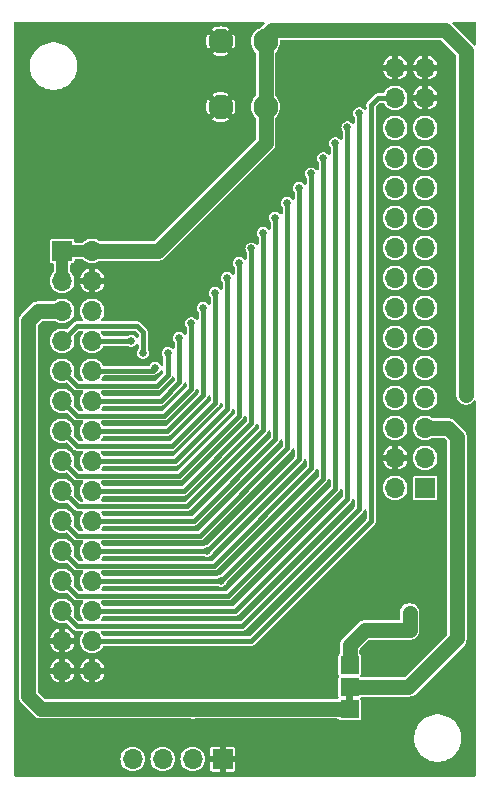
<source format=gbr>
%TF.GenerationSoftware,KiCad,Pcbnew,8.0.8*%
%TF.CreationDate,2025-01-31T12:33:27+11:00*%
%TF.ProjectId,v6_equip_joiner,76365f65-7175-4697-905f-6a6f696e6572,rev?*%
%TF.SameCoordinates,Original*%
%TF.FileFunction,Copper,L2,Bot*%
%TF.FilePolarity,Positive*%
%FSLAX46Y46*%
G04 Gerber Fmt 4.6, Leading zero omitted, Abs format (unit mm)*
G04 Created by KiCad (PCBNEW 8.0.8) date 2025-01-31 12:33:27*
%MOMM*%
%LPD*%
G01*
G04 APERTURE LIST*
%TA.AperFunction,EtchedComponent*%
%ADD10C,0.000000*%
%TD*%
%TA.AperFunction,ComponentPad*%
%ADD11R,1.700000X1.700000*%
%TD*%
%TA.AperFunction,ComponentPad*%
%ADD12O,1.700000X1.700000*%
%TD*%
%TA.AperFunction,ComponentPad*%
%ADD13C,2.100000*%
%TD*%
%TA.AperFunction,SMDPad,CuDef*%
%ADD14R,1.500000X1.500000*%
%TD*%
%TA.AperFunction,ViaPad*%
%ADD15C,0.889000*%
%TD*%
%TA.AperFunction,ViaPad*%
%ADD16C,0.635000*%
%TD*%
%TA.AperFunction,Conductor*%
%ADD17C,1.270000*%
%TD*%
%TA.AperFunction,Conductor*%
%ADD18C,1.016000*%
%TD*%
%TA.AperFunction,Conductor*%
%ADD19C,0.406400*%
%TD*%
G04 APERTURE END LIST*
D10*
%TA.AperFunction,EtchedComponent*%
%TO.C,JP1*%
G36*
X166995400Y-94632400D02*
G01*
X166395400Y-94632400D01*
X166395400Y-94132400D01*
X166995400Y-94132400D01*
X166995400Y-94632400D01*
G37*
%TD.AperFunction*%
%TD*%
D11*
%TO.P,J1,1,Pin_1*%
%TO.N,+5V*%
X142367000Y-56489600D03*
D12*
%TO.P,J1,2,Pin_2*%
X144907000Y-56489600D03*
%TO.P,J1,3,Pin_3*%
X142367000Y-59029600D03*
%TO.P,J1,4,Pin_4*%
%TO.N,GND*%
X144907000Y-59029600D03*
%TO.P,J1,5,Pin_5*%
%TO.N,+3.3VA*%
X142367000Y-61569600D03*
%TO.P,J1,6,Pin_6*%
%TO.N,/GP15*%
X144907000Y-61569600D03*
%TO.P,J1,7,Pin_7*%
%TO.N,/GP16*%
X142367000Y-64109600D03*
%TO.P,J1,8,Pin_8*%
%TO.N,/GP14*%
X144907000Y-64109600D03*
%TO.P,J1,9,Pin_9*%
%TO.N,/GP17*%
X142367000Y-66649600D03*
%TO.P,J1,10,Pin_10*%
%TO.N,/GP13*%
X144907000Y-66649600D03*
%TO.P,J1,11,Pin_11*%
%TO.N,/AN_CS0*%
X142367000Y-69189600D03*
%TO.P,J1,12,Pin_12*%
%TO.N,/GP12*%
X144907000Y-69189600D03*
%TO.P,J1,13,Pin_13*%
%TO.N,/AN_CS1*%
X142367000Y-71729600D03*
%TO.P,J1,14,Pin_14*%
%TO.N,/GP11*%
X144907000Y-71729600D03*
%TO.P,J1,15,Pin_15*%
%TO.N,/AN_CS2*%
X142367000Y-74269600D03*
%TO.P,J1,16,Pin_16*%
%TO.N,/GP10*%
X144907000Y-74269600D03*
%TO.P,J1,17,Pin_17*%
%TO.N,/AN_CS3*%
X142367000Y-76809600D03*
%TO.P,J1,18,Pin_18*%
%TO.N,/GP9*%
X144907000Y-76809600D03*
%TO.P,J1,19,Pin_19*%
%TO.N,/MOSI*%
X142367000Y-79349600D03*
%TO.P,J1,20,Pin_20*%
%TO.N,/GP8*%
X144907000Y-79349600D03*
%TO.P,J1,21,Pin_21*%
%TO.N,/SCK*%
X142367000Y-81889600D03*
%TO.P,J1,22,Pin_22*%
%TO.N,/GP7*%
X144907000Y-81889600D03*
%TO.P,J1,23,Pin_23*%
%TO.N,/GP1*%
X142367000Y-84429600D03*
%TO.P,J1,24,Pin_24*%
%TO.N,/GP6*%
X144907000Y-84429600D03*
%TO.P,J1,25,Pin_25*%
%TO.N,/MISO*%
X142367000Y-86969600D03*
%TO.P,J1,26,Pin_26*%
%TO.N,/SCL0*%
X144907000Y-86969600D03*
%TO.P,J1,27,Pin_27*%
%TO.N,GND*%
X142367000Y-89509600D03*
%TO.P,J1,28,Pin_28*%
%TO.N,/SDA0*%
X144907000Y-89509600D03*
%TO.P,J1,29,Pin_29*%
%TO.N,GND*%
X142367000Y-92049600D03*
%TO.P,J1,30,Pin_30*%
X144907000Y-92049600D03*
%TD*%
D13*
%TO.P,J3,1,Pin_1*%
%TO.N,GND*%
X155778200Y-44297600D03*
%TO.P,J3,2,Pin_2*%
%TO.N,+5V*%
X159588200Y-44297600D03*
%TD*%
D11*
%TO.P,CON1,1,Pin_1*%
%TO.N,GND*%
X155956000Y-99517200D03*
D12*
%TO.P,CON1,2,Pin_2*%
%TO.N,+3.3VA*%
X153416000Y-99517200D03*
%TO.P,CON1,3,Pin_3*%
%TO.N,/GP6*%
X150876000Y-99517200D03*
%TO.P,CON1,4,Pin_4*%
%TO.N,/GP7*%
X148336000Y-99517200D03*
%TD*%
D11*
%TO.P,J2,1,Pin_1*%
%TO.N,+5V*%
X173101000Y-76555600D03*
D12*
%TO.P,J2,2,Pin_2*%
X170561000Y-76555600D03*
%TO.P,J2,3,Pin_3*%
X173101000Y-74015600D03*
%TO.P,J2,4,Pin_4*%
%TO.N,GND*%
X170561000Y-74015600D03*
%TO.P,J2,5,Pin_5*%
%TO.N,+3V3*%
X173101000Y-71475600D03*
%TO.P,J2,6,Pin_6*%
%TO.N,/GP15*%
X170561000Y-71475600D03*
%TO.P,J2,7,Pin_7*%
%TO.N,/GP16*%
X173101000Y-68935600D03*
%TO.P,J2,8,Pin_8*%
%TO.N,/GP14*%
X170561000Y-68935600D03*
%TO.P,J2,9,Pin_9*%
%TO.N,/GP17*%
X173101000Y-66395600D03*
%TO.P,J2,10,Pin_10*%
%TO.N,/GP13*%
X170561000Y-66395600D03*
%TO.P,J2,11,Pin_11*%
%TO.N,/AN_CS0*%
X173101000Y-63855600D03*
%TO.P,J2,12,Pin_12*%
%TO.N,/GP12*%
X170561000Y-63855600D03*
%TO.P,J2,13,Pin_13*%
%TO.N,/AN_CS1*%
X173101000Y-61315600D03*
%TO.P,J2,14,Pin_14*%
%TO.N,/GP11*%
X170561000Y-61315600D03*
%TO.P,J2,15,Pin_15*%
%TO.N,/AN_CS2*%
X173101000Y-58775600D03*
%TO.P,J2,16,Pin_16*%
%TO.N,/GP10*%
X170561000Y-58775600D03*
%TO.P,J2,17,Pin_17*%
%TO.N,/AN_CS3*%
X173101000Y-56235600D03*
%TO.P,J2,18,Pin_18*%
%TO.N,/GP9*%
X170561000Y-56235600D03*
%TO.P,J2,19,Pin_19*%
%TO.N,/MOSI*%
X173101000Y-53695600D03*
%TO.P,J2,20,Pin_20*%
%TO.N,/GP8*%
X170561000Y-53695600D03*
%TO.P,J2,21,Pin_21*%
%TO.N,/SCK*%
X173101000Y-51155600D03*
%TO.P,J2,22,Pin_22*%
%TO.N,/GP7*%
X170561000Y-51155600D03*
%TO.P,J2,23,Pin_23*%
%TO.N,/GP1*%
X173101000Y-48615600D03*
%TO.P,J2,24,Pin_24*%
%TO.N,/GP6*%
X170561000Y-48615600D03*
%TO.P,J2,25,Pin_25*%
%TO.N,/MISO*%
X173101000Y-46075600D03*
%TO.P,J2,26,Pin_26*%
%TO.N,/SCL0*%
X170561000Y-46075600D03*
%TO.P,J2,27,Pin_27*%
%TO.N,GND*%
X173101000Y-43535600D03*
%TO.P,J2,28,Pin_28*%
%TO.N,/SDA0*%
X170561000Y-43535600D03*
%TO.P,J2,29,Pin_29*%
%TO.N,GND*%
X173101000Y-40995600D03*
%TO.P,J2,30,Pin_30*%
X170561000Y-40995600D03*
%TD*%
D13*
%TO.P,J4,1,Pin_1*%
%TO.N,GND*%
X155778200Y-38746800D03*
%TO.P,J4,2,Pin_2*%
%TO.N,+5V*%
X159588200Y-38746800D03*
%TD*%
D14*
%TO.P,JP1,1,A*%
%TO.N,+3.3VA*%
X166700200Y-95300800D03*
%TO.P,JP1,2,C*%
%TO.N,+3V3*%
X166700200Y-93421200D03*
%TO.P,JP1,3,B*%
%TO.N,+3.3VP*%
X166700200Y-91541600D03*
%TD*%
D15*
%TO.N,GND*%
X157734000Y-93395800D03*
X161518600Y-88468200D03*
X173964600Y-81000600D03*
X139801600Y-97485200D03*
X173939200Y-87122000D03*
X141605000Y-46075600D03*
X169214800Y-99644200D03*
X165633400Y-84582000D03*
%TO.N,+5V*%
X176555400Y-63373000D03*
X176555400Y-65074800D03*
X176555400Y-66929000D03*
X176555400Y-68630800D03*
D16*
%TO.N,/GP14*%
X148209000Y-64109600D03*
%TO.N,/GP13*%
X150241000Y-66404600D03*
%TO.N,/GP11*%
X154305000Y-61315600D03*
%TO.N,/GP12*%
X152273000Y-63864600D03*
%TO.N,/GP10*%
X156337000Y-58784600D03*
%TO.N,/GP7*%
X154660600Y-81889600D03*
X162433000Y-51155600D03*
%TO.N,/GP6*%
X155801000Y-84432200D03*
X164465000Y-48641000D03*
%TO.N,/GP1*%
X165481000Y-47371000D03*
%TO.N,/AN_CS3*%
X159385000Y-54965600D03*
%TO.N,/AN_CS0*%
X153289000Y-62611000D03*
%TO.N,/AN_CS1*%
X155295600Y-60045600D03*
%TO.N,/AN_CS2*%
X157353000Y-57505600D03*
%TO.N,/GP9*%
X158394400Y-56286400D03*
%TO.N,/GP8*%
X160401000Y-53670200D03*
%TO.N,/GP17*%
X151307800Y-65125600D03*
%TO.N,/GP16*%
X149225000Y-65125600D03*
D15*
%TO.N,+3.3VP*%
X171780200Y-88595200D03*
X171780200Y-87147400D03*
D16*
%TO.N,/SCL0*%
X166522400Y-46024800D03*
%TO.N,/SCK*%
X163449000Y-49936400D03*
D15*
%TO.N,+3.3VA*%
X153441400Y-95275400D03*
D16*
%TO.N,/MOSI*%
X161391600Y-52425600D03*
%TO.N,/MISO*%
X167513000Y-44831000D03*
%TD*%
D17*
%TO.N,+3V3*%
X175793400Y-89306400D02*
X175793400Y-72237600D01*
X171678600Y-93421200D02*
X175793400Y-89306400D01*
X166700200Y-93421200D02*
X171678600Y-93421200D01*
X175040400Y-71484600D02*
X173101000Y-71484600D01*
X175793400Y-72237600D02*
X175040400Y-71484600D01*
%TO.N,+5V*%
X144907000Y-56489600D02*
X150495000Y-56489600D01*
X159588200Y-38328600D02*
X159588200Y-38746800D01*
X176555400Y-65074800D02*
X176555400Y-39573200D01*
X160147000Y-37769800D02*
X159588200Y-38328600D01*
X176555400Y-39573200D02*
X174752000Y-37769800D01*
X174752000Y-37769800D02*
X160147000Y-37769800D01*
D18*
X142367000Y-56489600D02*
X142367000Y-59029600D01*
D17*
X142316200Y-58981400D02*
X142415200Y-58981400D01*
X159588200Y-47396400D02*
X159588200Y-38746800D01*
D18*
X142367000Y-56489600D02*
X144907000Y-56489600D01*
D17*
X150495000Y-56489600D02*
X159588200Y-47396400D01*
X176555400Y-68630800D02*
X176555400Y-68681600D01*
X176555400Y-65074800D02*
X176555400Y-68630800D01*
D19*
%TO.N,/GP14*%
X148209000Y-64109600D02*
X144909600Y-64109600D01*
%TO.N,/GP13*%
X150241000Y-66404600D02*
X150021400Y-66624200D01*
X150021400Y-66624200D02*
X144935000Y-66624200D01*
%TO.N,/GP11*%
X151279800Y-71732200D02*
X154305000Y-68707000D01*
X154305000Y-68707000D02*
X154305000Y-61315600D01*
X144907000Y-71732200D02*
X151279800Y-71732200D01*
%TO.N,/GP12*%
X150695600Y-69192200D02*
X152273000Y-67614800D01*
X152273000Y-67614800D02*
X152273000Y-63864600D01*
X144907000Y-69192200D02*
X150695600Y-69192200D01*
%TO.N,/GP10*%
X144907000Y-74272200D02*
X151940200Y-74272200D01*
X151940200Y-74272200D02*
X156337000Y-69875400D01*
X156337000Y-69875400D02*
X156337000Y-58784600D01*
%TO.N,/GP7*%
X154660600Y-81889600D02*
X162433000Y-74117200D01*
X162433000Y-74117200D02*
X162433000Y-51155600D01*
X154658000Y-81892200D02*
X154660600Y-81889600D01*
X144907000Y-81892200D02*
X154658000Y-81892200D01*
%TO.N,/GP6*%
X144907000Y-84432200D02*
X155801000Y-84432200D01*
X155801000Y-84432200D02*
X164465000Y-75768200D01*
X164465000Y-75768200D02*
X164465000Y-48641000D01*
%TO.N,/GP1*%
X143608160Y-85673360D02*
X156439440Y-85673360D01*
X156439440Y-85673360D02*
X165481000Y-76631800D01*
X165481000Y-76631800D02*
X165481000Y-47371000D01*
X142367000Y-84432200D02*
X143608160Y-85673360D01*
%TO.N,/AN_CS3*%
X143687800Y-78105000D02*
X152958800Y-78105000D01*
X152958800Y-78105000D02*
X159385000Y-71678800D01*
X142367000Y-76812200D02*
X143507400Y-77952600D01*
X159385000Y-71678800D02*
X159385000Y-54965600D01*
X143507400Y-77952600D02*
X143535400Y-77952600D01*
X143535400Y-77952600D02*
X143687800Y-78105000D01*
%TO.N,/AN_CS0*%
X143609000Y-70434200D02*
X151003000Y-70434200D01*
X151003000Y-70434200D02*
X153289000Y-68148200D01*
X142367000Y-69192200D02*
X143609000Y-70434200D01*
X153289000Y-68148200D02*
X153289000Y-62611000D01*
%TO.N,/AN_CS1*%
X155321000Y-69367400D02*
X155321000Y-60045600D01*
X142369600Y-71732200D02*
X143637000Y-72999600D01*
X143637000Y-72999600D02*
X151663400Y-72999600D01*
X151663400Y-72999600D02*
X155295600Y-69367400D01*
%TO.N,/AN_CS2*%
X143611600Y-75514200D02*
X152273000Y-75514200D01*
X157353000Y-70434200D02*
X157353000Y-57505600D01*
X152273000Y-75514200D02*
X157353000Y-70434200D01*
X142369600Y-74272200D02*
X143611600Y-75514200D01*
%TO.N,/GP9*%
X144907000Y-76812200D02*
X152651400Y-76812200D01*
X158369000Y-71094600D02*
X158369000Y-56311800D01*
X158369000Y-56311800D02*
X158394400Y-56286400D01*
X152651400Y-76812200D02*
X158369000Y-71094600D01*
%TO.N,/GP8*%
X144907000Y-79352200D02*
X153489600Y-79352200D01*
X160401000Y-72440800D02*
X160401000Y-53670200D01*
X153489600Y-79352200D02*
X160401000Y-72440800D01*
%TO.N,/GP17*%
X151307800Y-65125600D02*
X151307800Y-66979800D01*
X143611600Y-67894200D02*
X142369600Y-66652200D01*
X151307800Y-66979800D02*
X150393400Y-67894200D01*
X150393400Y-67894200D02*
X143611600Y-67894200D01*
%TO.N,/GP16*%
X143639600Y-62839600D02*
X142367000Y-64112200D01*
X149225000Y-63322200D02*
X148742400Y-62839600D01*
X148742400Y-62839600D02*
X143639600Y-62839600D01*
X149225000Y-65125600D02*
X149225000Y-63322200D01*
D17*
%TO.N,+3.3VP*%
X171780200Y-87147400D02*
X171780200Y-88595200D01*
X166700200Y-89865200D02*
X166700200Y-91541600D01*
X167970200Y-88595200D02*
X166700200Y-89865200D01*
X171780200Y-88595200D02*
X167970200Y-88595200D01*
D19*
%TO.N,/SDA0*%
X158391800Y-89512200D02*
X144907000Y-89512200D01*
X168529000Y-79375000D02*
X158391800Y-89512200D01*
X168529000Y-44119800D02*
X168529000Y-79375000D01*
X169078800Y-43544600D02*
X170561000Y-43544600D01*
X168503600Y-44119800D02*
X169078800Y-43544600D01*
%TO.N,/SCL0*%
X166497000Y-46050200D02*
X166522400Y-46024800D01*
X166497000Y-77495400D02*
X166497000Y-46050200D01*
X144907000Y-86972200D02*
X157020200Y-86972200D01*
X157020200Y-86972200D02*
X166497000Y-77495400D01*
%TO.N,/SCK*%
X155219400Y-83134200D02*
X163449000Y-74904600D01*
X163449000Y-74904600D02*
X163449000Y-49936400D01*
X142367000Y-81892200D02*
X143609000Y-83134200D01*
X143609000Y-83134200D02*
X155219400Y-83134200D01*
D17*
%TO.N,+3.3VA*%
X140357800Y-61572200D02*
X142443200Y-61572200D01*
X139496800Y-94183200D02*
X139496800Y-62433200D01*
X139496800Y-62433200D02*
X140357800Y-61572200D01*
X166628600Y-95250000D02*
X166751000Y-95127600D01*
X153441400Y-95275400D02*
X153416000Y-95250000D01*
X153466800Y-95250000D02*
X166628600Y-95250000D01*
X153416000Y-95250000D02*
X140563600Y-95250000D01*
X153441400Y-95275400D02*
X153466800Y-95250000D01*
X140563600Y-95250000D02*
X139496800Y-94183200D01*
D19*
%TO.N,/MOSI*%
X161417000Y-73202800D02*
X161417000Y-52451000D01*
X154026440Y-80593360D02*
X161417000Y-73202800D01*
X143610760Y-80593360D02*
X154026440Y-80593360D01*
X142369600Y-79352200D02*
X143610760Y-80593360D01*
X161417000Y-52451000D02*
X161391600Y-52425600D01*
%TO.N,/MISO*%
X143586200Y-88239600D02*
X157632400Y-88239600D01*
X167513000Y-78359000D02*
X167513000Y-44831000D01*
X142367000Y-87020400D02*
X143586200Y-88239600D01*
X157632400Y-88239600D02*
X167513000Y-78359000D01*
%TD*%
%TA.AperFunction,Conductor*%
%TO.N,GND*%
G36*
X159443427Y-37096185D02*
G01*
X159489182Y-37148989D01*
X159499126Y-37218147D01*
X159470101Y-37281703D01*
X159464069Y-37288181D01*
X159198447Y-37553803D01*
X159163171Y-37578504D01*
X158966606Y-37670164D01*
X158966604Y-37670165D01*
X158789089Y-37794461D01*
X158635861Y-37947689D01*
X158511565Y-38125204D01*
X158511564Y-38125206D01*
X158419984Y-38321602D01*
X158419981Y-38321608D01*
X158363896Y-38530919D01*
X158363895Y-38530926D01*
X158345009Y-38746799D01*
X158345009Y-38746800D01*
X158363895Y-38962673D01*
X158363896Y-38962680D01*
X158419981Y-39171991D01*
X158419985Y-39172002D01*
X158511562Y-39368390D01*
X158511565Y-39368396D01*
X158635858Y-39545906D01*
X158635859Y-39545907D01*
X158635860Y-39545908D01*
X158728422Y-39638470D01*
X158761906Y-39699791D01*
X158764740Y-39726150D01*
X158764740Y-43318249D01*
X158745055Y-43385288D01*
X158728421Y-43405930D01*
X158635861Y-43498489D01*
X158511565Y-43676004D01*
X158511564Y-43676006D01*
X158419984Y-43872402D01*
X158419981Y-43872408D01*
X158363896Y-44081719D01*
X158363895Y-44081726D01*
X158345009Y-44297599D01*
X158345009Y-44297600D01*
X158363895Y-44513473D01*
X158363896Y-44513480D01*
X158419981Y-44722791D01*
X158419985Y-44722802D01*
X158511562Y-44919190D01*
X158511565Y-44919196D01*
X158635858Y-45096706D01*
X158635859Y-45096707D01*
X158635860Y-45096708D01*
X158728422Y-45189270D01*
X158761906Y-45250591D01*
X158764740Y-45276950D01*
X158764740Y-47003949D01*
X158745055Y-47070988D01*
X158728421Y-47091630D01*
X150190231Y-55629821D01*
X150128908Y-55663306D01*
X150102550Y-55666140D01*
X145584913Y-55666140D01*
X145517874Y-55646455D01*
X145506247Y-55637992D01*
X145486731Y-55621975D01*
X145486723Y-55621970D01*
X145306325Y-55525546D01*
X145110576Y-55466165D01*
X145110574Y-55466164D01*
X144907000Y-55446115D01*
X144703425Y-55466164D01*
X144703423Y-55466165D01*
X144507674Y-55525546D01*
X144327272Y-55621972D01*
X144327269Y-55621974D01*
X144169142Y-55751746D01*
X144164837Y-55756052D01*
X144162985Y-55754200D01*
X144114642Y-55787136D01*
X144076525Y-55793140D01*
X143529460Y-55793140D01*
X143462421Y-55773455D01*
X143416666Y-55720651D01*
X143405460Y-55669140D01*
X143405460Y-55621037D01*
X143405459Y-55621035D01*
X143394525Y-55566067D01*
X143352872Y-55503728D01*
X143311218Y-55475896D01*
X143290532Y-55462074D01*
X143235563Y-55451140D01*
X143235560Y-55451140D01*
X141498440Y-55451140D01*
X141498437Y-55451140D01*
X141443467Y-55462074D01*
X141381128Y-55503728D01*
X141339474Y-55566067D01*
X141328540Y-55621035D01*
X141328540Y-57358164D01*
X141339474Y-57413132D01*
X141339475Y-57413133D01*
X141381128Y-57475472D01*
X141437344Y-57513034D01*
X141443467Y-57517125D01*
X141498435Y-57528059D01*
X141498438Y-57528060D01*
X141498440Y-57528060D01*
X141546540Y-57528060D01*
X141613579Y-57547745D01*
X141659334Y-57600549D01*
X141670540Y-57652060D01*
X141670540Y-58199125D01*
X141650855Y-58266164D01*
X141632645Y-58286622D01*
X141633456Y-58287433D01*
X141629148Y-58291741D01*
X141499374Y-58449869D01*
X141499372Y-58449872D01*
X141402946Y-58630274D01*
X141343565Y-58826023D01*
X141343564Y-58826025D01*
X141323515Y-59029600D01*
X141343564Y-59233174D01*
X141343565Y-59233176D01*
X141402946Y-59428925D01*
X141499372Y-59609327D01*
X141499374Y-59609330D01*
X141629144Y-59767455D01*
X141787269Y-59897225D01*
X141787272Y-59897227D01*
X141810316Y-59909544D01*
X141967676Y-59993654D01*
X142163423Y-60053034D01*
X142163425Y-60053035D01*
X142176808Y-60054353D01*
X142367000Y-60073085D01*
X142570574Y-60053035D01*
X142766324Y-59993654D01*
X142946729Y-59897226D01*
X143104855Y-59767455D01*
X143234626Y-59609329D01*
X143331054Y-59428924D01*
X143390435Y-59233174D01*
X143410485Y-59029600D01*
X143390435Y-58826026D01*
X143376352Y-58779600D01*
X143882246Y-58779600D01*
X144473988Y-58779600D01*
X144441075Y-58836607D01*
X144407000Y-58963774D01*
X144407000Y-59095426D01*
X144441075Y-59222593D01*
X144473988Y-59279600D01*
X143882246Y-59279600D01*
X143929263Y-59434596D01*
X144027055Y-59617552D01*
X144027059Y-59617559D01*
X144158671Y-59777928D01*
X144319040Y-59909540D01*
X144319047Y-59909544D01*
X144502003Y-60007336D01*
X144657000Y-60054353D01*
X144657000Y-59462612D01*
X144714007Y-59495525D01*
X144841174Y-59529600D01*
X144972826Y-59529600D01*
X145099993Y-59495525D01*
X145157000Y-59462612D01*
X145157000Y-60054353D01*
X145311996Y-60007336D01*
X145494952Y-59909544D01*
X145494959Y-59909540D01*
X145655328Y-59777928D01*
X145786940Y-59617559D01*
X145786944Y-59617552D01*
X145884736Y-59434596D01*
X145931754Y-59279600D01*
X145340012Y-59279600D01*
X145372925Y-59222593D01*
X145407000Y-59095426D01*
X145407000Y-58963774D01*
X145372925Y-58836607D01*
X145340012Y-58779600D01*
X145931754Y-58779600D01*
X145884736Y-58624603D01*
X145786944Y-58441647D01*
X145786940Y-58441640D01*
X145655328Y-58281271D01*
X145494959Y-58149659D01*
X145494952Y-58149655D01*
X145311993Y-58051862D01*
X145157000Y-58004844D01*
X145157000Y-58596588D01*
X145099993Y-58563675D01*
X144972826Y-58529600D01*
X144841174Y-58529600D01*
X144714007Y-58563675D01*
X144657000Y-58596588D01*
X144657000Y-58004844D01*
X144502006Y-58051862D01*
X144319047Y-58149655D01*
X144319040Y-58149659D01*
X144158671Y-58281271D01*
X144027059Y-58441640D01*
X144027055Y-58441647D01*
X143929263Y-58624603D01*
X143882246Y-58779600D01*
X143376352Y-58779600D01*
X143331054Y-58630276D01*
X143299919Y-58572026D01*
X143234627Y-58449872D01*
X143234625Y-58449869D01*
X143173363Y-58375222D01*
X143104855Y-58291745D01*
X143104852Y-58291743D01*
X143104851Y-58291741D01*
X143100544Y-58287433D01*
X143102393Y-58285583D01*
X143069458Y-58237225D01*
X143063460Y-58199125D01*
X143063460Y-57652060D01*
X143083145Y-57585021D01*
X143135949Y-57539266D01*
X143187460Y-57528060D01*
X143235562Y-57528060D01*
X143235563Y-57528059D01*
X143290533Y-57517125D01*
X143352872Y-57475472D01*
X143394525Y-57413133D01*
X143405460Y-57358160D01*
X143405460Y-57310060D01*
X143425145Y-57243021D01*
X143477949Y-57197266D01*
X143529460Y-57186060D01*
X144076525Y-57186060D01*
X144143564Y-57205745D01*
X144164024Y-57223960D01*
X144164837Y-57223148D01*
X144169142Y-57227453D01*
X144327269Y-57357225D01*
X144327272Y-57357227D01*
X144431864Y-57413132D01*
X144507676Y-57453654D01*
X144703423Y-57513034D01*
X144703425Y-57513035D01*
X144721677Y-57514832D01*
X144907000Y-57533085D01*
X145110574Y-57513035D01*
X145306324Y-57453654D01*
X145486729Y-57357226D01*
X145506247Y-57341208D01*
X145570556Y-57313894D01*
X145584913Y-57313060D01*
X150576106Y-57313060D01*
X150576107Y-57313059D01*
X150735194Y-57281415D01*
X150797268Y-57255702D01*
X150885055Y-57219341D01*
X151019925Y-57129223D01*
X160227824Y-47921325D01*
X160317941Y-47786455D01*
X160354302Y-47698668D01*
X160380015Y-47636594D01*
X160411660Y-47477504D01*
X160411660Y-45276950D01*
X160431345Y-45209911D01*
X160447974Y-45189273D01*
X160540540Y-45096708D01*
X160664835Y-44919196D01*
X160756417Y-44722796D01*
X160812504Y-44513478D01*
X160831391Y-44297600D01*
X160812504Y-44081722D01*
X160756417Y-43872404D01*
X160664835Y-43676005D01*
X160540540Y-43498492D01*
X160540538Y-43498489D01*
X160447979Y-43405930D01*
X160414494Y-43344607D01*
X160411660Y-43318249D01*
X160411660Y-40745600D01*
X169536246Y-40745600D01*
X170127988Y-40745600D01*
X170095075Y-40802607D01*
X170061000Y-40929774D01*
X170061000Y-41061426D01*
X170095075Y-41188593D01*
X170127988Y-41245600D01*
X169536246Y-41245600D01*
X169583263Y-41400596D01*
X169681055Y-41583552D01*
X169681059Y-41583559D01*
X169812671Y-41743928D01*
X169973040Y-41875540D01*
X169973047Y-41875544D01*
X170156003Y-41973336D01*
X170311000Y-42020353D01*
X170311000Y-41428612D01*
X170368007Y-41461525D01*
X170495174Y-41495600D01*
X170626826Y-41495600D01*
X170753993Y-41461525D01*
X170811000Y-41428612D01*
X170811000Y-42020353D01*
X170965996Y-41973336D01*
X171148952Y-41875544D01*
X171148959Y-41875540D01*
X171309328Y-41743928D01*
X171440940Y-41583559D01*
X171440944Y-41583552D01*
X171538736Y-41400596D01*
X171585754Y-41245600D01*
X170994012Y-41245600D01*
X171026925Y-41188593D01*
X171061000Y-41061426D01*
X171061000Y-40929774D01*
X171026925Y-40802607D01*
X170994012Y-40745600D01*
X171585754Y-40745600D01*
X172076246Y-40745600D01*
X172667988Y-40745600D01*
X172635075Y-40802607D01*
X172601000Y-40929774D01*
X172601000Y-41061426D01*
X172635075Y-41188593D01*
X172667988Y-41245600D01*
X172076246Y-41245600D01*
X172123263Y-41400596D01*
X172221055Y-41583552D01*
X172221059Y-41583559D01*
X172352671Y-41743928D01*
X172513040Y-41875540D01*
X172513047Y-41875544D01*
X172696003Y-41973336D01*
X172851000Y-42020353D01*
X172851000Y-41428612D01*
X172908007Y-41461525D01*
X173035174Y-41495600D01*
X173166826Y-41495600D01*
X173293993Y-41461525D01*
X173351000Y-41428612D01*
X173351000Y-42020353D01*
X173505996Y-41973336D01*
X173688952Y-41875544D01*
X173688959Y-41875540D01*
X173849328Y-41743928D01*
X173980940Y-41583559D01*
X173980944Y-41583552D01*
X174078736Y-41400596D01*
X174125754Y-41245600D01*
X173534012Y-41245600D01*
X173566925Y-41188593D01*
X173601000Y-41061426D01*
X173601000Y-40929774D01*
X173566925Y-40802607D01*
X173534012Y-40745600D01*
X174125754Y-40745600D01*
X174078736Y-40590603D01*
X173980944Y-40407647D01*
X173980940Y-40407640D01*
X173849328Y-40247271D01*
X173688959Y-40115659D01*
X173688952Y-40115655D01*
X173505993Y-40017862D01*
X173351000Y-39970844D01*
X173351000Y-40562588D01*
X173293993Y-40529675D01*
X173166826Y-40495600D01*
X173035174Y-40495600D01*
X172908007Y-40529675D01*
X172851000Y-40562588D01*
X172851000Y-39970844D01*
X172696006Y-40017862D01*
X172513047Y-40115655D01*
X172513040Y-40115659D01*
X172352671Y-40247271D01*
X172221059Y-40407640D01*
X172221055Y-40407647D01*
X172123263Y-40590603D01*
X172076246Y-40745600D01*
X171585754Y-40745600D01*
X171538736Y-40590603D01*
X171440944Y-40407647D01*
X171440940Y-40407640D01*
X171309328Y-40247271D01*
X171148959Y-40115659D01*
X171148952Y-40115655D01*
X170965993Y-40017862D01*
X170811000Y-39970844D01*
X170811000Y-40562588D01*
X170753993Y-40529675D01*
X170626826Y-40495600D01*
X170495174Y-40495600D01*
X170368007Y-40529675D01*
X170311000Y-40562588D01*
X170311000Y-39970844D01*
X170156006Y-40017862D01*
X169973047Y-40115655D01*
X169973040Y-40115659D01*
X169812671Y-40247271D01*
X169681059Y-40407640D01*
X169681055Y-40407647D01*
X169583263Y-40590603D01*
X169536246Y-40745600D01*
X160411660Y-40745600D01*
X160411660Y-39726150D01*
X160431345Y-39659111D01*
X160447974Y-39638473D01*
X160540540Y-39545908D01*
X160664835Y-39368396D01*
X160756417Y-39171996D01*
X160812504Y-38962678D01*
X160831391Y-38746800D01*
X160829752Y-38728068D01*
X160843518Y-38659568D01*
X160892133Y-38609385D01*
X160953280Y-38593260D01*
X174359550Y-38593260D01*
X174426589Y-38612945D01*
X174447231Y-38629579D01*
X175695621Y-39877969D01*
X175729106Y-39939292D01*
X175731940Y-39965650D01*
X175731940Y-68762708D01*
X175763583Y-68921786D01*
X175763585Y-68921794D01*
X175825660Y-69071655D01*
X175915775Y-69206523D01*
X175915781Y-69206530D01*
X176030469Y-69321218D01*
X176030476Y-69321224D01*
X176165344Y-69411339D01*
X176165345Y-69411339D01*
X176165346Y-69411340D01*
X176315206Y-69473415D01*
X176410957Y-69492461D01*
X176474291Y-69505059D01*
X176474294Y-69505060D01*
X176474296Y-69505060D01*
X176636506Y-69505060D01*
X176636507Y-69505059D01*
X176795594Y-69473415D01*
X176945454Y-69411340D01*
X177080325Y-69321223D01*
X177195023Y-69206525D01*
X177199397Y-69199977D01*
X177253006Y-69155173D01*
X177322331Y-69146463D01*
X177385359Y-69176616D01*
X177422081Y-69236057D01*
X177426500Y-69268867D01*
X177426500Y-100875900D01*
X177406815Y-100942939D01*
X177354011Y-100988694D01*
X177302500Y-100999900D01*
X138419500Y-100999900D01*
X138352461Y-100980215D01*
X138306706Y-100927411D01*
X138295500Y-100875900D01*
X138295500Y-99517200D01*
X147292515Y-99517200D01*
X147312564Y-99720774D01*
X147312565Y-99720776D01*
X147371946Y-99916525D01*
X147468372Y-100096927D01*
X147468374Y-100096930D01*
X147598144Y-100255055D01*
X147756269Y-100384825D01*
X147756272Y-100384827D01*
X147936674Y-100481253D01*
X147936676Y-100481254D01*
X148132423Y-100540634D01*
X148132425Y-100540635D01*
X148150677Y-100542432D01*
X148336000Y-100560685D01*
X148539574Y-100540635D01*
X148735324Y-100481254D01*
X148915729Y-100384826D01*
X149073855Y-100255055D01*
X149203626Y-100096929D01*
X149300054Y-99916524D01*
X149359435Y-99720774D01*
X149379485Y-99517200D01*
X149832515Y-99517200D01*
X149852564Y-99720774D01*
X149852565Y-99720776D01*
X149911946Y-99916525D01*
X150008372Y-100096927D01*
X150008374Y-100096930D01*
X150138144Y-100255055D01*
X150296269Y-100384825D01*
X150296272Y-100384827D01*
X150476674Y-100481253D01*
X150476676Y-100481254D01*
X150672423Y-100540634D01*
X150672425Y-100540635D01*
X150690677Y-100542432D01*
X150876000Y-100560685D01*
X151079574Y-100540635D01*
X151275324Y-100481254D01*
X151455729Y-100384826D01*
X151613855Y-100255055D01*
X151743626Y-100096929D01*
X151840054Y-99916524D01*
X151899435Y-99720774D01*
X151919485Y-99517200D01*
X152372515Y-99517200D01*
X152392564Y-99720774D01*
X152392565Y-99720776D01*
X152451946Y-99916525D01*
X152548372Y-100096927D01*
X152548374Y-100096930D01*
X152678144Y-100255055D01*
X152836269Y-100384825D01*
X152836272Y-100384827D01*
X153016674Y-100481253D01*
X153016676Y-100481254D01*
X153212423Y-100540634D01*
X153212425Y-100540635D01*
X153230677Y-100542432D01*
X153416000Y-100560685D01*
X153619574Y-100540635D01*
X153815324Y-100481254D01*
X153995729Y-100384826D01*
X154153855Y-100255055D01*
X154283626Y-100096929D01*
X154380054Y-99916524D01*
X154439435Y-99720774D01*
X154459485Y-99517200D01*
X154439435Y-99313626D01*
X154380054Y-99117876D01*
X154379640Y-99117101D01*
X154283627Y-98937472D01*
X154283625Y-98937469D01*
X154153855Y-98779344D01*
X153995730Y-98649574D01*
X153995727Y-98649572D01*
X153991254Y-98647181D01*
X154902800Y-98647181D01*
X154902800Y-99267200D01*
X155522988Y-99267200D01*
X155490075Y-99324207D01*
X155456000Y-99451374D01*
X155456000Y-99583026D01*
X155490075Y-99710193D01*
X155522988Y-99767200D01*
X154902800Y-99767200D01*
X154902800Y-100387218D01*
X154914588Y-100446480D01*
X154914590Y-100446484D01*
X154959501Y-100513698D01*
X155026715Y-100558609D01*
X155026719Y-100558611D01*
X155085981Y-100570399D01*
X155085984Y-100570400D01*
X155706000Y-100570400D01*
X155706000Y-99950212D01*
X155763007Y-99983125D01*
X155890174Y-100017200D01*
X156021826Y-100017200D01*
X156148993Y-99983125D01*
X156206000Y-99950212D01*
X156206000Y-100570400D01*
X156826016Y-100570400D01*
X156826018Y-100570399D01*
X156885280Y-100558611D01*
X156885284Y-100558609D01*
X156952498Y-100513698D01*
X156997409Y-100446484D01*
X156997411Y-100446480D01*
X157009199Y-100387218D01*
X157009200Y-100387216D01*
X157009200Y-99767200D01*
X156389012Y-99767200D01*
X156421925Y-99710193D01*
X156456000Y-99583026D01*
X156456000Y-99451374D01*
X156421925Y-99324207D01*
X156389012Y-99267200D01*
X157009200Y-99267200D01*
X157009200Y-98647183D01*
X157009199Y-98647181D01*
X156997411Y-98587919D01*
X156997409Y-98587915D01*
X156952498Y-98520701D01*
X156885284Y-98475790D01*
X156885280Y-98475788D01*
X156826017Y-98464000D01*
X156206000Y-98464000D01*
X156206000Y-99084188D01*
X156148993Y-99051275D01*
X156021826Y-99017200D01*
X155890174Y-99017200D01*
X155763007Y-99051275D01*
X155706000Y-99084188D01*
X155706000Y-98464000D01*
X155085983Y-98464000D01*
X155026719Y-98475788D01*
X155026715Y-98475790D01*
X154959501Y-98520701D01*
X154914590Y-98587915D01*
X154914588Y-98587919D01*
X154902800Y-98647181D01*
X153991254Y-98647181D01*
X153815325Y-98553146D01*
X153619576Y-98493765D01*
X153619574Y-98493764D01*
X153416000Y-98473715D01*
X153212425Y-98493764D01*
X153212423Y-98493765D01*
X153016674Y-98553146D01*
X152836272Y-98649572D01*
X152836269Y-98649574D01*
X152678144Y-98779344D01*
X152548374Y-98937469D01*
X152548372Y-98937472D01*
X152451946Y-99117874D01*
X152392565Y-99313623D01*
X152392564Y-99313625D01*
X152372515Y-99517200D01*
X151919485Y-99517200D01*
X151899435Y-99313626D01*
X151840054Y-99117876D01*
X151839640Y-99117101D01*
X151743627Y-98937472D01*
X151743625Y-98937469D01*
X151613855Y-98779344D01*
X151455730Y-98649574D01*
X151455727Y-98649572D01*
X151275325Y-98553146D01*
X151079576Y-98493765D01*
X151079574Y-98493764D01*
X150876000Y-98473715D01*
X150672425Y-98493764D01*
X150672423Y-98493765D01*
X150476674Y-98553146D01*
X150296272Y-98649572D01*
X150296269Y-98649574D01*
X150138144Y-98779344D01*
X150008374Y-98937469D01*
X150008372Y-98937472D01*
X149911946Y-99117874D01*
X149852565Y-99313623D01*
X149852564Y-99313625D01*
X149832515Y-99517200D01*
X149379485Y-99517200D01*
X149359435Y-99313626D01*
X149300054Y-99117876D01*
X149299640Y-99117101D01*
X149203627Y-98937472D01*
X149203625Y-98937469D01*
X149073855Y-98779344D01*
X148915730Y-98649574D01*
X148915727Y-98649572D01*
X148735325Y-98553146D01*
X148539576Y-98493765D01*
X148539574Y-98493764D01*
X148336000Y-98473715D01*
X148132425Y-98493764D01*
X148132423Y-98493765D01*
X147936674Y-98553146D01*
X147756272Y-98649572D01*
X147756269Y-98649574D01*
X147598144Y-98779344D01*
X147468374Y-98937469D01*
X147468372Y-98937472D01*
X147371946Y-99117874D01*
X147312565Y-99313623D01*
X147312564Y-99313625D01*
X147292515Y-99517200D01*
X138295500Y-99517200D01*
X138295500Y-97608072D01*
X172167300Y-97608072D01*
X172167300Y-97870327D01*
X172193923Y-98072539D01*
X172201530Y-98130316D01*
X172269402Y-98383618D01*
X172269405Y-98383628D01*
X172369753Y-98625890D01*
X172369758Y-98625900D01*
X172500875Y-98853003D01*
X172660518Y-99061051D01*
X172660526Y-99061060D01*
X172845940Y-99246474D01*
X172845948Y-99246481D01*
X173053996Y-99406124D01*
X173281099Y-99537241D01*
X173281109Y-99537246D01*
X173523371Y-99637594D01*
X173523381Y-99637598D01*
X173776684Y-99705470D01*
X174036680Y-99739700D01*
X174036687Y-99739700D01*
X174298913Y-99739700D01*
X174298920Y-99739700D01*
X174558916Y-99705470D01*
X174812219Y-99637598D01*
X175054497Y-99537243D01*
X175281603Y-99406124D01*
X175489651Y-99246482D01*
X175489655Y-99246477D01*
X175489660Y-99246474D01*
X175675074Y-99061060D01*
X175675077Y-99061055D01*
X175675082Y-99061051D01*
X175834724Y-98853003D01*
X175965843Y-98625897D01*
X176066198Y-98383619D01*
X176134070Y-98130316D01*
X176168300Y-97870320D01*
X176168300Y-97608080D01*
X176134070Y-97348084D01*
X176066198Y-97094781D01*
X176066194Y-97094771D01*
X175965846Y-96852509D01*
X175965841Y-96852499D01*
X175834724Y-96625396D01*
X175675081Y-96417348D01*
X175675074Y-96417340D01*
X175489660Y-96231926D01*
X175489651Y-96231918D01*
X175281603Y-96072275D01*
X175054500Y-95941158D01*
X175054490Y-95941153D01*
X174812228Y-95840805D01*
X174812221Y-95840803D01*
X174812219Y-95840802D01*
X174558916Y-95772930D01*
X174501139Y-95765323D01*
X174298927Y-95738700D01*
X174298920Y-95738700D01*
X174036680Y-95738700D01*
X174036672Y-95738700D01*
X173805572Y-95769126D01*
X173776684Y-95772930D01*
X173523381Y-95840802D01*
X173523371Y-95840805D01*
X173281109Y-95941153D01*
X173281099Y-95941158D01*
X173053996Y-96072275D01*
X172845948Y-96231918D01*
X172660518Y-96417348D01*
X172500875Y-96625396D01*
X172369758Y-96852499D01*
X172369753Y-96852509D01*
X172269405Y-97094771D01*
X172269402Y-97094781D01*
X172201530Y-97348085D01*
X172167300Y-97608072D01*
X138295500Y-97608072D01*
X138295500Y-62352091D01*
X138673340Y-62352091D01*
X138673340Y-94264308D01*
X138704983Y-94423387D01*
X138704986Y-94423397D01*
X138719397Y-94458186D01*
X138719398Y-94458189D01*
X138767059Y-94573255D01*
X138767060Y-94573257D01*
X138857176Y-94708124D01*
X138857179Y-94708128D01*
X140038671Y-95889620D01*
X140038675Y-95889623D01*
X140173540Y-95979738D01*
X140173541Y-95979738D01*
X140173545Y-95979741D01*
X140261329Y-96016101D01*
X140261330Y-96016102D01*
X140295280Y-96030164D01*
X140323406Y-96041815D01*
X140461884Y-96069360D01*
X140482491Y-96073459D01*
X140482494Y-96073460D01*
X140482496Y-96073460D01*
X140644704Y-96073460D01*
X153220394Y-96073460D01*
X153244586Y-96075843D01*
X153360294Y-96098860D01*
X153360296Y-96098860D01*
X153522505Y-96098860D01*
X153638214Y-96075843D01*
X153662406Y-96073460D01*
X165672403Y-96073460D01*
X165739442Y-96093145D01*
X165775505Y-96128569D01*
X165814328Y-96186672D01*
X165876667Y-96228325D01*
X165931635Y-96239259D01*
X165931638Y-96239260D01*
X165931640Y-96239260D01*
X167468762Y-96239260D01*
X167468763Y-96239259D01*
X167523733Y-96228325D01*
X167586072Y-96186672D01*
X167627725Y-96124333D01*
X167638660Y-96069360D01*
X167638660Y-94532240D01*
X167638660Y-94532237D01*
X167638659Y-94532235D01*
X167627725Y-94477267D01*
X167601188Y-94437551D01*
X167580310Y-94370874D01*
X167598794Y-94303494D01*
X167650773Y-94256803D01*
X167704290Y-94244660D01*
X171759706Y-94244660D01*
X171759707Y-94244659D01*
X171918794Y-94213015D01*
X171980868Y-94187302D01*
X172068655Y-94150941D01*
X172203525Y-94060823D01*
X176433023Y-89831325D01*
X176523141Y-89696455D01*
X176578103Y-89563763D01*
X176585215Y-89546594D01*
X176616860Y-89387504D01*
X176616860Y-72156496D01*
X176616860Y-72156493D01*
X176616859Y-72156491D01*
X176613492Y-72139563D01*
X176585215Y-71997406D01*
X176552856Y-71919285D01*
X176552854Y-71919281D01*
X176534481Y-71874924D01*
X176523141Y-71847545D01*
X176433023Y-71712675D01*
X176433020Y-71712671D01*
X175565328Y-70844979D01*
X175565324Y-70844976D01*
X175430457Y-70754860D01*
X175430455Y-70754859D01*
X175342668Y-70718497D01*
X175280594Y-70692785D01*
X175280586Y-70692783D01*
X175121507Y-70661140D01*
X175121504Y-70661140D01*
X173789880Y-70661140D01*
X173722841Y-70641455D01*
X173711215Y-70632993D01*
X173680730Y-70607974D01*
X173680727Y-70607972D01*
X173500325Y-70511546D01*
X173304576Y-70452165D01*
X173304574Y-70452164D01*
X173101000Y-70432115D01*
X172897425Y-70452164D01*
X172897423Y-70452165D01*
X172701674Y-70511546D01*
X172521272Y-70607972D01*
X172521269Y-70607974D01*
X172363144Y-70737744D01*
X172233374Y-70895869D01*
X172233372Y-70895872D01*
X172136946Y-71076274D01*
X172077565Y-71272023D01*
X172077564Y-71272025D01*
X172057515Y-71475600D01*
X172077564Y-71679174D01*
X172077565Y-71679176D01*
X172136946Y-71874925D01*
X172233372Y-72055327D01*
X172233374Y-72055330D01*
X172363144Y-72213455D01*
X172521269Y-72343225D01*
X172521272Y-72343227D01*
X172637357Y-72405275D01*
X172701676Y-72439654D01*
X172897423Y-72499034D01*
X172897425Y-72499035D01*
X172915677Y-72500832D01*
X173101000Y-72519085D01*
X173304574Y-72499035D01*
X173500324Y-72439654D01*
X173680729Y-72343226D01*
X173689282Y-72336207D01*
X173753591Y-72308894D01*
X173767947Y-72308060D01*
X174647950Y-72308060D01*
X174714989Y-72327745D01*
X174735631Y-72344379D01*
X174933621Y-72542369D01*
X174967106Y-72603692D01*
X174969940Y-72630050D01*
X174969940Y-88913950D01*
X174950255Y-88980989D01*
X174933621Y-89001631D01*
X171373831Y-92561421D01*
X171312508Y-92594906D01*
X171286150Y-92597740D01*
X167704290Y-92597740D01*
X167637251Y-92578055D01*
X167591496Y-92525251D01*
X167581552Y-92456093D01*
X167601188Y-92404849D01*
X167601505Y-92404373D01*
X167627725Y-92365133D01*
X167638660Y-92310160D01*
X167638660Y-90773040D01*
X167638660Y-90773037D01*
X167638659Y-90773035D01*
X167627725Y-90718067D01*
X167586072Y-90655728D01*
X167578767Y-90650847D01*
X167533963Y-90597233D01*
X167523660Y-90547746D01*
X167523660Y-90257650D01*
X167543345Y-90190611D01*
X167559979Y-90169969D01*
X168274969Y-89454979D01*
X168336292Y-89421494D01*
X168362650Y-89418660D01*
X171861306Y-89418660D01*
X171861307Y-89418659D01*
X172020394Y-89387015D01*
X172170254Y-89324940D01*
X172305125Y-89234823D01*
X172419823Y-89120125D01*
X172509940Y-88985254D01*
X172572015Y-88835394D01*
X172603660Y-88676304D01*
X172603660Y-87066296D01*
X172603660Y-87066293D01*
X172603659Y-87066291D01*
X172572016Y-86907213D01*
X172572015Y-86907206D01*
X172509940Y-86757346D01*
X172419823Y-86622475D01*
X172419818Y-86622469D01*
X172305130Y-86507781D01*
X172305123Y-86507775D01*
X172170255Y-86417660D01*
X172020394Y-86355585D01*
X172020386Y-86355583D01*
X171861307Y-86323940D01*
X171861304Y-86323940D01*
X171699096Y-86323940D01*
X171699093Y-86323940D01*
X171540013Y-86355583D01*
X171540005Y-86355585D01*
X171390144Y-86417660D01*
X171255276Y-86507775D01*
X171255269Y-86507781D01*
X171140581Y-86622469D01*
X171140575Y-86622476D01*
X171050460Y-86757344D01*
X170988385Y-86907205D01*
X170988383Y-86907213D01*
X170956740Y-87066291D01*
X170956740Y-87647740D01*
X170937055Y-87714779D01*
X170884251Y-87760534D01*
X170832740Y-87771740D01*
X167889093Y-87771740D01*
X167730013Y-87803383D01*
X167730005Y-87803385D01*
X167648308Y-87837226D01*
X167648307Y-87837226D01*
X167580151Y-87865456D01*
X167580138Y-87865463D01*
X167445275Y-87955576D01*
X167445271Y-87955579D01*
X166060579Y-89340271D01*
X166060576Y-89340275D01*
X165970459Y-89475144D01*
X165970456Y-89475149D01*
X165956189Y-89509597D01*
X165956188Y-89509600D01*
X165908385Y-89625005D01*
X165908383Y-89625013D01*
X165876740Y-89784091D01*
X165876740Y-90547746D01*
X165857055Y-90614785D01*
X165821633Y-90650847D01*
X165814328Y-90655728D01*
X165772674Y-90718067D01*
X165761740Y-90773035D01*
X165761740Y-92310164D01*
X165772674Y-92365132D01*
X165804330Y-92412509D01*
X165825208Y-92479187D01*
X165806723Y-92546567D01*
X165804330Y-92550291D01*
X165772674Y-92597667D01*
X165761740Y-92652635D01*
X165761740Y-94189764D01*
X165772673Y-94244731D01*
X165776964Y-94255089D01*
X165784431Y-94324558D01*
X165753156Y-94387037D01*
X165693066Y-94422689D01*
X165662402Y-94426540D01*
X140956050Y-94426540D01*
X140889011Y-94406855D01*
X140868369Y-94390221D01*
X140356579Y-93878431D01*
X140323094Y-93817108D01*
X140320260Y-93790750D01*
X140320260Y-91799600D01*
X141342246Y-91799600D01*
X141933988Y-91799600D01*
X141901075Y-91856607D01*
X141867000Y-91983774D01*
X141867000Y-92115426D01*
X141901075Y-92242593D01*
X141933988Y-92299600D01*
X141342246Y-92299600D01*
X141389263Y-92454596D01*
X141487055Y-92637552D01*
X141487059Y-92637559D01*
X141618671Y-92797928D01*
X141779040Y-92929540D01*
X141779047Y-92929544D01*
X141962003Y-93027336D01*
X142117000Y-93074353D01*
X142117000Y-92482612D01*
X142174007Y-92515525D01*
X142301174Y-92549600D01*
X142432826Y-92549600D01*
X142559993Y-92515525D01*
X142617000Y-92482612D01*
X142617000Y-93074353D01*
X142771996Y-93027336D01*
X142954952Y-92929544D01*
X142954959Y-92929540D01*
X143115328Y-92797928D01*
X143246940Y-92637559D01*
X143246944Y-92637552D01*
X143344736Y-92454596D01*
X143391754Y-92299600D01*
X142800012Y-92299600D01*
X142832925Y-92242593D01*
X142867000Y-92115426D01*
X142867000Y-91983774D01*
X142832925Y-91856607D01*
X142800012Y-91799600D01*
X143391754Y-91799600D01*
X143882246Y-91799600D01*
X144473988Y-91799600D01*
X144441075Y-91856607D01*
X144407000Y-91983774D01*
X144407000Y-92115426D01*
X144441075Y-92242593D01*
X144473988Y-92299600D01*
X143882246Y-92299600D01*
X143929263Y-92454596D01*
X144027055Y-92637552D01*
X144027059Y-92637559D01*
X144158671Y-92797928D01*
X144319040Y-92929540D01*
X144319047Y-92929544D01*
X144502003Y-93027336D01*
X144657000Y-93074353D01*
X144657000Y-92482612D01*
X144714007Y-92515525D01*
X144841174Y-92549600D01*
X144972826Y-92549600D01*
X145099993Y-92515525D01*
X145157000Y-92482612D01*
X145157000Y-93074353D01*
X145311996Y-93027336D01*
X145494952Y-92929544D01*
X145494959Y-92929540D01*
X145655328Y-92797928D01*
X145786940Y-92637559D01*
X145786944Y-92637552D01*
X145884736Y-92454596D01*
X145931754Y-92299600D01*
X145340012Y-92299600D01*
X145372925Y-92242593D01*
X145407000Y-92115426D01*
X145407000Y-91983774D01*
X145372925Y-91856607D01*
X145340012Y-91799600D01*
X145931754Y-91799600D01*
X145884736Y-91644603D01*
X145786944Y-91461647D01*
X145786940Y-91461640D01*
X145655328Y-91301271D01*
X145494959Y-91169659D01*
X145494952Y-91169655D01*
X145311993Y-91071862D01*
X145157000Y-91024844D01*
X145157000Y-91616588D01*
X145099993Y-91583675D01*
X144972826Y-91549600D01*
X144841174Y-91549600D01*
X144714007Y-91583675D01*
X144657000Y-91616588D01*
X144657000Y-91024844D01*
X144502006Y-91071862D01*
X144319047Y-91169655D01*
X144319040Y-91169659D01*
X144158671Y-91301271D01*
X144027059Y-91461640D01*
X144027055Y-91461647D01*
X143929263Y-91644603D01*
X143882246Y-91799600D01*
X143391754Y-91799600D01*
X143344736Y-91644603D01*
X143246944Y-91461647D01*
X143246940Y-91461640D01*
X143115328Y-91301271D01*
X142954959Y-91169659D01*
X142954952Y-91169655D01*
X142771993Y-91071862D01*
X142617000Y-91024844D01*
X142617000Y-91616588D01*
X142559993Y-91583675D01*
X142432826Y-91549600D01*
X142301174Y-91549600D01*
X142174007Y-91583675D01*
X142117000Y-91616588D01*
X142117000Y-91024844D01*
X141962006Y-91071862D01*
X141779047Y-91169655D01*
X141779040Y-91169659D01*
X141618671Y-91301271D01*
X141487059Y-91461640D01*
X141487055Y-91461647D01*
X141389263Y-91644603D01*
X141342246Y-91799600D01*
X140320260Y-91799600D01*
X140320260Y-89259600D01*
X141342246Y-89259600D01*
X141933988Y-89259600D01*
X141901075Y-89316607D01*
X141867000Y-89443774D01*
X141867000Y-89575426D01*
X141901075Y-89702593D01*
X141933988Y-89759600D01*
X141342246Y-89759600D01*
X141389263Y-89914596D01*
X141487055Y-90097552D01*
X141487059Y-90097559D01*
X141618671Y-90257928D01*
X141779040Y-90389540D01*
X141779047Y-90389544D01*
X141962003Y-90487336D01*
X142117000Y-90534353D01*
X142117000Y-89942612D01*
X142174007Y-89975525D01*
X142301174Y-90009600D01*
X142432826Y-90009600D01*
X142559993Y-89975525D01*
X142617000Y-89942612D01*
X142617000Y-90534353D01*
X142771996Y-90487336D01*
X142954952Y-90389544D01*
X142954959Y-90389540D01*
X143115328Y-90257928D01*
X143246940Y-90097559D01*
X143246944Y-90097552D01*
X143344736Y-89914596D01*
X143391754Y-89759600D01*
X142800012Y-89759600D01*
X142832925Y-89702593D01*
X142867000Y-89575426D01*
X142867000Y-89443774D01*
X142832925Y-89316607D01*
X142800012Y-89259600D01*
X143391754Y-89259600D01*
X143344736Y-89104603D01*
X143246944Y-88921647D01*
X143246940Y-88921640D01*
X143115328Y-88761271D01*
X142954959Y-88629659D01*
X142954952Y-88629655D01*
X142771993Y-88531862D01*
X142617000Y-88484844D01*
X142617000Y-89076588D01*
X142559993Y-89043675D01*
X142432826Y-89009600D01*
X142301174Y-89009600D01*
X142174007Y-89043675D01*
X142117000Y-89076588D01*
X142117000Y-88484844D01*
X141962006Y-88531862D01*
X141779047Y-88629655D01*
X141779040Y-88629659D01*
X141618671Y-88761271D01*
X141487059Y-88921640D01*
X141487055Y-88921647D01*
X141389263Y-89104603D01*
X141342246Y-89259600D01*
X140320260Y-89259600D01*
X140320260Y-66649600D01*
X141323515Y-66649600D01*
X141343564Y-66853174D01*
X141343565Y-66853176D01*
X141402946Y-67048925D01*
X141499372Y-67229327D01*
X141499374Y-67229330D01*
X141629144Y-67387455D01*
X141787269Y-67517225D01*
X141787272Y-67517227D01*
X141967674Y-67613653D01*
X141967676Y-67613654D01*
X142132604Y-67663685D01*
X142163423Y-67673034D01*
X142163425Y-67673035D01*
X142181677Y-67674832D01*
X142367000Y-67693085D01*
X142570574Y-67673035D01*
X142703518Y-67632705D01*
X142773383Y-67632081D01*
X142827194Y-67663685D01*
X143298194Y-68134685D01*
X143371115Y-68207606D01*
X143460425Y-68259169D01*
X143560037Y-68285860D01*
X144043107Y-68285860D01*
X144110146Y-68305545D01*
X144155901Y-68358349D01*
X144165845Y-68427507D01*
X144138960Y-68488525D01*
X144039374Y-68609869D01*
X144039372Y-68609872D01*
X143942946Y-68790274D01*
X143883565Y-68986023D01*
X143883564Y-68986025D01*
X143863515Y-69189600D01*
X143883564Y-69393174D01*
X143883565Y-69393176D01*
X143942946Y-69588925D01*
X144039372Y-69769327D01*
X144039374Y-69769330D01*
X144097269Y-69839875D01*
X144124582Y-69904185D01*
X144112791Y-69973053D01*
X144065639Y-70024613D01*
X144001416Y-70042540D01*
X143822593Y-70042540D01*
X143755554Y-70022855D01*
X143734912Y-70006221D01*
X143380480Y-69651789D01*
X143346995Y-69590466D01*
X143349501Y-69528112D01*
X143352394Y-69518577D01*
X143390435Y-69393174D01*
X143410485Y-69189600D01*
X143390435Y-68986026D01*
X143331054Y-68790276D01*
X143326018Y-68780855D01*
X143234627Y-68609872D01*
X143234625Y-68609869D01*
X143104855Y-68451744D01*
X142946730Y-68321974D01*
X142946727Y-68321972D01*
X142766325Y-68225546D01*
X142570576Y-68166165D01*
X142570574Y-68166164D01*
X142367000Y-68146115D01*
X142163425Y-68166164D01*
X142163423Y-68166165D01*
X141967674Y-68225546D01*
X141787272Y-68321972D01*
X141787269Y-68321974D01*
X141629144Y-68451744D01*
X141499374Y-68609869D01*
X141499372Y-68609872D01*
X141402946Y-68790274D01*
X141343565Y-68986023D01*
X141343564Y-68986025D01*
X141323515Y-69189600D01*
X141343564Y-69393174D01*
X141343565Y-69393176D01*
X141402946Y-69588925D01*
X141499372Y-69769327D01*
X141499374Y-69769330D01*
X141629144Y-69927455D01*
X141787269Y-70057225D01*
X141787272Y-70057227D01*
X141967674Y-70153653D01*
X141967676Y-70153654D01*
X142134598Y-70204290D01*
X142163423Y-70213034D01*
X142163425Y-70213035D01*
X142181677Y-70214832D01*
X142367000Y-70233085D01*
X142570574Y-70213035D01*
X142701524Y-70173310D01*
X142771388Y-70172686D01*
X142825199Y-70204290D01*
X143368515Y-70747606D01*
X143368516Y-70747607D01*
X143368518Y-70747608D01*
X143381079Y-70754860D01*
X143457825Y-70799169D01*
X143557437Y-70825860D01*
X143660563Y-70825860D01*
X144043107Y-70825860D01*
X144110146Y-70845545D01*
X144155901Y-70898349D01*
X144165845Y-70967507D01*
X144138960Y-71028525D01*
X144039374Y-71149869D01*
X144039372Y-71149872D01*
X143942946Y-71330274D01*
X143883565Y-71526023D01*
X143883564Y-71526025D01*
X143863515Y-71729600D01*
X143883564Y-71933174D01*
X143883565Y-71933176D01*
X143942946Y-72128925D01*
X144039372Y-72309327D01*
X144039374Y-72309330D01*
X144118115Y-72405275D01*
X144145428Y-72469585D01*
X144133637Y-72538452D01*
X144086485Y-72590013D01*
X144022262Y-72607940D01*
X143850593Y-72607940D01*
X143783554Y-72588255D01*
X143762912Y-72571621D01*
X143381085Y-72189794D01*
X143347600Y-72128471D01*
X143350105Y-72066119D01*
X143390435Y-71933174D01*
X143410485Y-71729600D01*
X143390435Y-71526026D01*
X143331054Y-71330276D01*
X143326018Y-71320855D01*
X143234627Y-71149872D01*
X143234625Y-71149869D01*
X143104855Y-70991744D01*
X142946730Y-70861974D01*
X142946727Y-70861972D01*
X142766325Y-70765546D01*
X142570576Y-70706165D01*
X142570574Y-70706164D01*
X142367000Y-70686115D01*
X142163425Y-70706164D01*
X142163423Y-70706165D01*
X141967674Y-70765546D01*
X141787272Y-70861972D01*
X141787269Y-70861974D01*
X141629144Y-70991744D01*
X141499374Y-71149869D01*
X141499372Y-71149872D01*
X141402946Y-71330274D01*
X141343565Y-71526023D01*
X141343564Y-71526025D01*
X141323515Y-71729600D01*
X141343564Y-71933174D01*
X141343565Y-71933176D01*
X141402946Y-72128925D01*
X141499372Y-72309327D01*
X141499374Y-72309330D01*
X141629144Y-72467455D01*
X141787269Y-72597225D01*
X141787272Y-72597227D01*
X141967674Y-72693653D01*
X141967676Y-72693654D01*
X142132604Y-72743685D01*
X142163423Y-72753034D01*
X142163425Y-72753035D01*
X142181677Y-72754832D01*
X142367000Y-72773085D01*
X142570574Y-72753035D01*
X142703518Y-72712705D01*
X142773383Y-72712081D01*
X142827194Y-72743685D01*
X143323594Y-73240085D01*
X143396515Y-73313006D01*
X143396516Y-73313007D01*
X143396518Y-73313008D01*
X143441170Y-73338787D01*
X143485825Y-73364569D01*
X143585437Y-73391260D01*
X144022262Y-73391260D01*
X144089301Y-73410945D01*
X144135056Y-73463749D01*
X144145000Y-73532907D01*
X144118115Y-73593925D01*
X144039374Y-73689869D01*
X144039372Y-73689872D01*
X143942946Y-73870274D01*
X143883565Y-74066023D01*
X143883564Y-74066025D01*
X143863515Y-74269600D01*
X143883564Y-74473174D01*
X143883565Y-74473176D01*
X143942946Y-74668925D01*
X144039372Y-74849327D01*
X144039374Y-74849330D01*
X144097269Y-74919875D01*
X144124582Y-74984185D01*
X144112791Y-75053053D01*
X144065639Y-75104613D01*
X144001416Y-75122540D01*
X143825193Y-75122540D01*
X143758154Y-75102855D01*
X143737512Y-75086221D01*
X143381085Y-74729794D01*
X143347600Y-74668471D01*
X143350105Y-74606119D01*
X143390435Y-74473174D01*
X143410485Y-74269600D01*
X143390435Y-74066026D01*
X143331054Y-73870276D01*
X143326018Y-73860855D01*
X143234627Y-73689872D01*
X143234625Y-73689869D01*
X143104855Y-73531744D01*
X142946730Y-73401974D01*
X142946727Y-73401972D01*
X142766325Y-73305546D01*
X142570576Y-73246165D01*
X142570574Y-73246164D01*
X142367000Y-73226115D01*
X142163425Y-73246164D01*
X142163423Y-73246165D01*
X141967674Y-73305546D01*
X141787272Y-73401972D01*
X141787269Y-73401974D01*
X141629144Y-73531744D01*
X141499374Y-73689869D01*
X141499372Y-73689872D01*
X141402946Y-73870274D01*
X141343565Y-74066023D01*
X141343564Y-74066025D01*
X141323515Y-74269600D01*
X141343564Y-74473174D01*
X141343565Y-74473176D01*
X141402946Y-74668925D01*
X141499372Y-74849327D01*
X141499374Y-74849330D01*
X141629144Y-75007455D01*
X141787269Y-75137225D01*
X141787272Y-75137227D01*
X141967674Y-75233653D01*
X141967676Y-75233654D01*
X142132604Y-75283685D01*
X142163423Y-75293034D01*
X142163425Y-75293035D01*
X142181677Y-75294832D01*
X142367000Y-75313085D01*
X142570574Y-75293035D01*
X142703518Y-75252705D01*
X142773383Y-75252081D01*
X142827194Y-75283685D01*
X143371115Y-75827606D01*
X143460425Y-75879169D01*
X143560037Y-75905860D01*
X143663163Y-75905860D01*
X144043107Y-75905860D01*
X144110146Y-75925545D01*
X144155901Y-75978349D01*
X144165845Y-76047507D01*
X144138960Y-76108525D01*
X144039374Y-76229869D01*
X144039372Y-76229872D01*
X143942946Y-76410274D01*
X143883565Y-76606023D01*
X143883564Y-76606025D01*
X143863515Y-76809600D01*
X143883564Y-77013174D01*
X143883565Y-77013176D01*
X143942946Y-77208925D01*
X144039372Y-77389327D01*
X144039374Y-77389330D01*
X144138960Y-77510675D01*
X144166273Y-77574985D01*
X144154482Y-77643853D01*
X144107330Y-77695413D01*
X144043107Y-77713340D01*
X143901393Y-77713340D01*
X143834354Y-77693655D01*
X143813712Y-77677021D01*
X143775887Y-77639196D01*
X143775885Y-77639194D01*
X143723773Y-77609107D01*
X143698092Y-77589401D01*
X143380480Y-77271789D01*
X143346995Y-77210466D01*
X143349501Y-77148112D01*
X143353379Y-77135330D01*
X143390435Y-77013174D01*
X143410485Y-76809600D01*
X143390435Y-76606026D01*
X143331054Y-76410276D01*
X143326018Y-76400855D01*
X143234627Y-76229872D01*
X143234625Y-76229869D01*
X143104855Y-76071744D01*
X142946730Y-75941974D01*
X142946727Y-75941972D01*
X142766325Y-75845546D01*
X142570576Y-75786165D01*
X142570574Y-75786164D01*
X142367000Y-75766115D01*
X142163425Y-75786164D01*
X142163423Y-75786165D01*
X141967674Y-75845546D01*
X141787272Y-75941972D01*
X141787269Y-75941974D01*
X141629144Y-76071744D01*
X141499374Y-76229869D01*
X141499372Y-76229872D01*
X141402946Y-76410274D01*
X141343565Y-76606023D01*
X141343564Y-76606025D01*
X141323515Y-76809600D01*
X141343564Y-77013174D01*
X141343565Y-77013176D01*
X141402946Y-77208925D01*
X141499372Y-77389327D01*
X141499374Y-77389330D01*
X141629144Y-77547455D01*
X141787269Y-77677225D01*
X141787272Y-77677227D01*
X141967674Y-77773653D01*
X141967676Y-77773654D01*
X142134598Y-77824290D01*
X142163423Y-77833034D01*
X142163425Y-77833035D01*
X142181677Y-77834832D01*
X142367000Y-77853085D01*
X142570574Y-77833035D01*
X142701524Y-77793310D01*
X142771388Y-77792686D01*
X142825199Y-77824290D01*
X143193994Y-78193085D01*
X143266915Y-78266006D01*
X143319027Y-78296092D01*
X143344707Y-78315798D01*
X143447315Y-78418406D01*
X143536625Y-78469969D01*
X143636237Y-78496660D01*
X143739363Y-78496660D01*
X144001416Y-78496660D01*
X144068455Y-78516345D01*
X144114210Y-78569149D01*
X144124154Y-78638307D01*
X144097269Y-78699325D01*
X144039374Y-78769869D01*
X144039372Y-78769872D01*
X143942946Y-78950274D01*
X143883565Y-79146023D01*
X143883564Y-79146025D01*
X143863515Y-79349600D01*
X143883564Y-79553174D01*
X143883565Y-79553176D01*
X143942946Y-79748925D01*
X144039372Y-79929327D01*
X144039374Y-79929330D01*
X144096580Y-79999035D01*
X144123893Y-80063345D01*
X144112102Y-80132213D01*
X144064950Y-80183773D01*
X144000727Y-80201700D01*
X143824353Y-80201700D01*
X143757314Y-80182015D01*
X143736672Y-80165381D01*
X143381085Y-79809794D01*
X143347600Y-79748471D01*
X143350105Y-79686119D01*
X143390435Y-79553174D01*
X143410485Y-79349600D01*
X143390435Y-79146026D01*
X143331054Y-78950276D01*
X143326018Y-78940855D01*
X143234627Y-78769872D01*
X143234625Y-78769869D01*
X143104855Y-78611744D01*
X142946730Y-78481974D01*
X142946727Y-78481972D01*
X142766325Y-78385546D01*
X142570576Y-78326165D01*
X142570574Y-78326164D01*
X142367000Y-78306115D01*
X142163425Y-78326164D01*
X142163423Y-78326165D01*
X141967674Y-78385546D01*
X141787272Y-78481972D01*
X141787269Y-78481974D01*
X141629144Y-78611744D01*
X141499374Y-78769869D01*
X141499372Y-78769872D01*
X141402946Y-78950274D01*
X141343565Y-79146023D01*
X141343564Y-79146025D01*
X141323515Y-79349600D01*
X141343564Y-79553174D01*
X141343565Y-79553176D01*
X141402946Y-79748925D01*
X141499372Y-79929327D01*
X141499374Y-79929330D01*
X141629144Y-80087455D01*
X141787269Y-80217225D01*
X141787272Y-80217227D01*
X141967674Y-80313653D01*
X141967676Y-80313654D01*
X142132604Y-80363685D01*
X142163423Y-80373034D01*
X142163425Y-80373035D01*
X142181677Y-80374832D01*
X142367000Y-80393085D01*
X142570574Y-80373035D01*
X142703518Y-80332705D01*
X142773383Y-80332081D01*
X142827194Y-80363685D01*
X143370275Y-80906766D01*
X143459585Y-80958329D01*
X143559197Y-80985020D01*
X143662323Y-80985020D01*
X144043796Y-80985020D01*
X144110835Y-81004705D01*
X144156590Y-81057509D01*
X144166534Y-81126667D01*
X144139649Y-81187685D01*
X144039374Y-81309869D01*
X144039372Y-81309872D01*
X143942946Y-81490274D01*
X143883565Y-81686023D01*
X143883564Y-81686025D01*
X143863515Y-81889600D01*
X143883564Y-82093174D01*
X143883565Y-82093176D01*
X143942946Y-82288925D01*
X144039372Y-82469327D01*
X144039374Y-82469330D01*
X144097269Y-82539875D01*
X144124582Y-82604185D01*
X144112791Y-82673053D01*
X144065639Y-82724613D01*
X144001416Y-82742540D01*
X143822593Y-82742540D01*
X143755554Y-82722855D01*
X143734912Y-82706221D01*
X143380480Y-82351789D01*
X143346995Y-82290466D01*
X143349501Y-82228112D01*
X143368358Y-82165952D01*
X143390435Y-82093174D01*
X143410485Y-81889600D01*
X143390435Y-81686026D01*
X143331054Y-81490276D01*
X143234626Y-81309871D01*
X143234625Y-81309869D01*
X143104855Y-81151744D01*
X142946730Y-81021974D01*
X142946727Y-81021972D01*
X142766325Y-80925546D01*
X142570576Y-80866165D01*
X142570574Y-80866164D01*
X142367000Y-80846115D01*
X142163425Y-80866164D01*
X142163423Y-80866165D01*
X141967674Y-80925546D01*
X141787272Y-81021972D01*
X141787269Y-81021974D01*
X141629144Y-81151744D01*
X141499374Y-81309869D01*
X141499372Y-81309872D01*
X141402946Y-81490274D01*
X141343565Y-81686023D01*
X141343564Y-81686025D01*
X141323515Y-81889600D01*
X141343564Y-82093174D01*
X141343565Y-82093176D01*
X141402946Y-82288925D01*
X141499372Y-82469327D01*
X141499374Y-82469330D01*
X141629144Y-82627455D01*
X141787269Y-82757225D01*
X141787272Y-82757227D01*
X141967674Y-82853653D01*
X141967676Y-82853654D01*
X142134598Y-82904290D01*
X142163423Y-82913034D01*
X142163425Y-82913035D01*
X142181677Y-82914832D01*
X142367000Y-82933085D01*
X142570574Y-82913035D01*
X142701524Y-82873310D01*
X142771388Y-82872686D01*
X142825199Y-82904290D01*
X143295594Y-83374685D01*
X143368515Y-83447606D01*
X143457825Y-83499169D01*
X143557437Y-83525860D01*
X144043107Y-83525860D01*
X144110146Y-83545545D01*
X144155901Y-83598349D01*
X144165845Y-83667507D01*
X144138960Y-83728525D01*
X144039374Y-83849869D01*
X144039372Y-83849872D01*
X143942946Y-84030274D01*
X143883565Y-84226023D01*
X143883564Y-84226025D01*
X143863515Y-84429600D01*
X143883564Y-84633174D01*
X143883565Y-84633176D01*
X143942946Y-84828925D01*
X144039372Y-85009327D01*
X144039374Y-85009330D01*
X144096580Y-85079035D01*
X144123893Y-85143345D01*
X144112102Y-85212213D01*
X144064950Y-85263773D01*
X144000727Y-85281700D01*
X143821753Y-85281700D01*
X143754714Y-85262015D01*
X143734072Y-85245381D01*
X143380480Y-84891789D01*
X143346995Y-84830466D01*
X143349501Y-84768112D01*
X143367568Y-84708556D01*
X143390435Y-84633174D01*
X143410485Y-84429600D01*
X143390435Y-84226026D01*
X143331054Y-84030276D01*
X143301505Y-83974993D01*
X143234627Y-83849872D01*
X143234625Y-83849869D01*
X143104855Y-83691744D01*
X142946730Y-83561974D01*
X142946727Y-83561972D01*
X142766325Y-83465546D01*
X142570576Y-83406165D01*
X142570574Y-83406164D01*
X142367000Y-83386115D01*
X142163425Y-83406164D01*
X142163423Y-83406165D01*
X141967674Y-83465546D01*
X141787272Y-83561972D01*
X141787269Y-83561974D01*
X141629144Y-83691744D01*
X141499374Y-83849869D01*
X141499372Y-83849872D01*
X141402946Y-84030274D01*
X141343565Y-84226023D01*
X141343564Y-84226025D01*
X141323515Y-84429600D01*
X141343564Y-84633174D01*
X141343565Y-84633176D01*
X141402946Y-84828925D01*
X141499372Y-85009327D01*
X141499374Y-85009330D01*
X141629144Y-85167455D01*
X141787269Y-85297225D01*
X141787272Y-85297227D01*
X141967674Y-85393653D01*
X141967676Y-85393654D01*
X142134598Y-85444290D01*
X142163423Y-85453034D01*
X142163425Y-85453035D01*
X142181677Y-85454832D01*
X142367000Y-85473085D01*
X142570574Y-85453035D01*
X142701524Y-85413310D01*
X142771388Y-85412686D01*
X142825199Y-85444290D01*
X143367675Y-85986766D01*
X143456985Y-86038329D01*
X143556597Y-86065020D01*
X143659723Y-86065020D01*
X144043796Y-86065020D01*
X144110835Y-86084705D01*
X144156590Y-86137509D01*
X144166534Y-86206667D01*
X144139649Y-86267685D01*
X144039374Y-86389869D01*
X144039372Y-86389872D01*
X143942946Y-86570274D01*
X143883565Y-86766023D01*
X143883564Y-86766025D01*
X143863515Y-86969600D01*
X143883564Y-87173174D01*
X143883565Y-87173176D01*
X143942946Y-87368925D01*
X144039372Y-87549327D01*
X144039374Y-87549330D01*
X144118115Y-87645275D01*
X144145428Y-87709585D01*
X144133637Y-87778452D01*
X144086485Y-87830013D01*
X144022262Y-87847940D01*
X143799793Y-87847940D01*
X143732754Y-87828255D01*
X143712112Y-87811621D01*
X143369262Y-87468771D01*
X143335777Y-87407448D01*
X143338283Y-87345094D01*
X143390434Y-87173176D01*
X143390435Y-87173174D01*
X143400961Y-87066296D01*
X143410485Y-86969600D01*
X143390435Y-86766026D01*
X143331054Y-86570276D01*
X143326018Y-86560855D01*
X143234627Y-86389872D01*
X143234625Y-86389869D01*
X143104855Y-86231744D01*
X142946730Y-86101974D01*
X142946727Y-86101972D01*
X142766325Y-86005546D01*
X142570576Y-85946165D01*
X142570574Y-85946164D01*
X142367000Y-85926115D01*
X142163425Y-85946164D01*
X142163423Y-85946165D01*
X141967674Y-86005546D01*
X141787272Y-86101972D01*
X141787269Y-86101974D01*
X141629144Y-86231744D01*
X141499374Y-86389869D01*
X141499372Y-86389872D01*
X141402946Y-86570274D01*
X141343565Y-86766023D01*
X141343564Y-86766025D01*
X141323515Y-86969600D01*
X141343564Y-87173174D01*
X141343565Y-87173176D01*
X141402946Y-87368925D01*
X141499372Y-87549327D01*
X141499374Y-87549330D01*
X141629144Y-87707455D01*
X141787269Y-87837225D01*
X141787272Y-87837227D01*
X141967674Y-87933653D01*
X141967676Y-87933654D01*
X142069456Y-87964529D01*
X142163423Y-87993034D01*
X142163425Y-87993035D01*
X142181677Y-87994832D01*
X142367000Y-88013085D01*
X142570574Y-87993035D01*
X142664542Y-87964528D01*
X142734405Y-87963904D01*
X142788217Y-87995508D01*
X143345715Y-88553006D01*
X143435025Y-88604569D01*
X143534637Y-88631260D01*
X143637763Y-88631260D01*
X144022262Y-88631260D01*
X144089301Y-88650945D01*
X144135056Y-88703749D01*
X144145000Y-88772907D01*
X144118115Y-88833925D01*
X144039374Y-88929869D01*
X144039372Y-88929872D01*
X143942946Y-89110274D01*
X143883565Y-89306023D01*
X143883564Y-89306025D01*
X143866908Y-89475145D01*
X143863515Y-89509600D01*
X143867159Y-89546594D01*
X143883564Y-89713174D01*
X143883565Y-89713176D01*
X143942946Y-89908925D01*
X144039372Y-90089327D01*
X144039374Y-90089330D01*
X144169144Y-90247455D01*
X144327269Y-90377225D01*
X144327272Y-90377227D01*
X144350316Y-90389544D01*
X144507676Y-90473654D01*
X144703423Y-90533034D01*
X144703425Y-90533035D01*
X144716808Y-90534353D01*
X144907000Y-90553085D01*
X145110574Y-90533035D01*
X145306324Y-90473654D01*
X145486729Y-90377226D01*
X145644855Y-90247455D01*
X145774626Y-90089329D01*
X145817242Y-90009600D01*
X145838726Y-89969407D01*
X145887688Y-89919563D01*
X145948084Y-89903860D01*
X158443360Y-89903860D01*
X158443363Y-89903860D01*
X158542975Y-89877169D01*
X158632285Y-89825606D01*
X168842406Y-79615485D01*
X168893969Y-79526175D01*
X168920660Y-79426563D01*
X168920660Y-79323437D01*
X168920660Y-76555600D01*
X169517515Y-76555600D01*
X169537564Y-76759174D01*
X169537565Y-76759176D01*
X169596946Y-76954925D01*
X169693372Y-77135327D01*
X169693374Y-77135330D01*
X169823144Y-77293455D01*
X169981269Y-77423225D01*
X169981272Y-77423227D01*
X170085864Y-77479132D01*
X170161676Y-77519654D01*
X170357423Y-77579034D01*
X170357425Y-77579035D01*
X170375677Y-77580832D01*
X170561000Y-77599085D01*
X170764574Y-77579035D01*
X170960324Y-77519654D01*
X171140729Y-77423226D01*
X171298855Y-77293455D01*
X171428626Y-77135329D01*
X171525054Y-76954924D01*
X171584435Y-76759174D01*
X171604485Y-76555600D01*
X171584435Y-76352026D01*
X171525054Y-76156276D01*
X171499531Y-76108525D01*
X171428627Y-75975872D01*
X171428625Y-75975869D01*
X171298855Y-75817744D01*
X171140730Y-75687974D01*
X171140727Y-75687972D01*
X171138974Y-75687035D01*
X172062540Y-75687035D01*
X172062540Y-77424164D01*
X172073474Y-77479132D01*
X172073475Y-77479133D01*
X172115128Y-77541472D01*
X172171344Y-77579034D01*
X172177467Y-77583125D01*
X172232435Y-77594059D01*
X172232438Y-77594060D01*
X172232440Y-77594060D01*
X173969562Y-77594060D01*
X173969563Y-77594059D01*
X174024533Y-77583125D01*
X174086872Y-77541472D01*
X174128525Y-77479133D01*
X174139460Y-77424160D01*
X174139460Y-75687040D01*
X174139460Y-75687037D01*
X174139459Y-75687035D01*
X174128525Y-75632067D01*
X174111087Y-75605969D01*
X174086872Y-75569728D01*
X174045218Y-75541896D01*
X174024532Y-75528074D01*
X173969563Y-75517140D01*
X173969560Y-75517140D01*
X172232440Y-75517140D01*
X172232437Y-75517140D01*
X172177467Y-75528074D01*
X172115128Y-75569728D01*
X172073474Y-75632067D01*
X172062540Y-75687035D01*
X171138974Y-75687035D01*
X170960325Y-75591546D01*
X170764576Y-75532165D01*
X170764574Y-75532164D01*
X170561000Y-75512115D01*
X170357425Y-75532164D01*
X170357423Y-75532165D01*
X170161674Y-75591546D01*
X169981272Y-75687972D01*
X169981269Y-75687974D01*
X169823144Y-75817744D01*
X169693374Y-75975869D01*
X169693372Y-75975872D01*
X169596946Y-76156274D01*
X169537565Y-76352023D01*
X169537564Y-76352025D01*
X169517515Y-76555600D01*
X168920660Y-76555600D01*
X168920660Y-73765600D01*
X169536246Y-73765600D01*
X170127988Y-73765600D01*
X170095075Y-73822607D01*
X170061000Y-73949774D01*
X170061000Y-74081426D01*
X170095075Y-74208593D01*
X170127988Y-74265600D01*
X169536246Y-74265600D01*
X169583263Y-74420596D01*
X169681055Y-74603552D01*
X169681059Y-74603559D01*
X169812671Y-74763928D01*
X169973040Y-74895540D01*
X169973047Y-74895544D01*
X170156003Y-74993336D01*
X170311000Y-75040353D01*
X170311000Y-74448612D01*
X170368007Y-74481525D01*
X170495174Y-74515600D01*
X170626826Y-74515600D01*
X170753993Y-74481525D01*
X170811000Y-74448612D01*
X170811000Y-75040353D01*
X170965996Y-74993336D01*
X171148952Y-74895544D01*
X171148959Y-74895540D01*
X171309328Y-74763928D01*
X171440940Y-74603559D01*
X171440944Y-74603552D01*
X171538736Y-74420596D01*
X171585754Y-74265600D01*
X170994012Y-74265600D01*
X171026925Y-74208593D01*
X171061000Y-74081426D01*
X171061000Y-74015600D01*
X172057515Y-74015600D01*
X172077564Y-74219174D01*
X172077565Y-74219176D01*
X172136946Y-74414925D01*
X172233372Y-74595327D01*
X172233374Y-74595330D01*
X172363144Y-74753455D01*
X172521269Y-74883225D01*
X172521272Y-74883227D01*
X172623572Y-74937907D01*
X172701676Y-74979654D01*
X172856797Y-75026710D01*
X172897423Y-75039034D01*
X172897425Y-75039035D01*
X172910808Y-75040353D01*
X173101000Y-75059085D01*
X173304574Y-75039035D01*
X173500324Y-74979654D01*
X173680729Y-74883226D01*
X173838855Y-74753455D01*
X173968626Y-74595329D01*
X174065054Y-74414924D01*
X174124435Y-74219174D01*
X174144485Y-74015600D01*
X174124435Y-73812026D01*
X174065054Y-73616276D01*
X174020493Y-73532907D01*
X173968627Y-73435872D01*
X173968625Y-73435869D01*
X173838855Y-73277744D01*
X173680730Y-73147974D01*
X173680727Y-73147972D01*
X173500325Y-73051546D01*
X173304576Y-72992165D01*
X173304574Y-72992164D01*
X173101000Y-72972115D01*
X172897425Y-72992164D01*
X172897423Y-72992165D01*
X172701674Y-73051546D01*
X172521272Y-73147972D01*
X172521269Y-73147974D01*
X172363144Y-73277744D01*
X172233374Y-73435869D01*
X172233372Y-73435872D01*
X172136946Y-73616274D01*
X172077565Y-73812023D01*
X172077564Y-73812025D01*
X172057515Y-74015600D01*
X171061000Y-74015600D01*
X171061000Y-73949774D01*
X171026925Y-73822607D01*
X170994012Y-73765600D01*
X171585754Y-73765600D01*
X171538736Y-73610603D01*
X171440944Y-73427647D01*
X171440940Y-73427640D01*
X171309328Y-73267271D01*
X171148959Y-73135659D01*
X171148952Y-73135655D01*
X170965993Y-73037862D01*
X170811000Y-72990844D01*
X170811000Y-73582588D01*
X170753993Y-73549675D01*
X170626826Y-73515600D01*
X170495174Y-73515600D01*
X170368007Y-73549675D01*
X170311000Y-73582588D01*
X170311000Y-72990844D01*
X170156006Y-73037862D01*
X169973047Y-73135655D01*
X169973040Y-73135659D01*
X169812671Y-73267271D01*
X169681059Y-73427640D01*
X169681055Y-73427647D01*
X169583263Y-73610603D01*
X169536246Y-73765600D01*
X168920660Y-73765600D01*
X168920660Y-71475600D01*
X169517515Y-71475600D01*
X169537564Y-71679174D01*
X169537565Y-71679176D01*
X169596946Y-71874925D01*
X169693372Y-72055327D01*
X169693374Y-72055330D01*
X169823144Y-72213455D01*
X169981269Y-72343225D01*
X169981272Y-72343227D01*
X170097357Y-72405275D01*
X170161676Y-72439654D01*
X170357423Y-72499034D01*
X170357425Y-72499035D01*
X170375677Y-72500832D01*
X170561000Y-72519085D01*
X170764574Y-72499035D01*
X170960324Y-72439654D01*
X171140729Y-72343226D01*
X171298855Y-72213455D01*
X171428626Y-72055329D01*
X171525054Y-71874924D01*
X171584435Y-71679174D01*
X171604485Y-71475600D01*
X171584435Y-71272026D01*
X171525054Y-71076276D01*
X171525053Y-71076274D01*
X171428627Y-70895872D01*
X171428625Y-70895869D01*
X171298855Y-70737744D01*
X171140730Y-70607974D01*
X171140727Y-70607972D01*
X170960325Y-70511546D01*
X170764576Y-70452165D01*
X170764574Y-70452164D01*
X170561000Y-70432115D01*
X170357425Y-70452164D01*
X170357423Y-70452165D01*
X170161674Y-70511546D01*
X169981272Y-70607972D01*
X169981269Y-70607974D01*
X169823144Y-70737744D01*
X169693374Y-70895869D01*
X169693372Y-70895872D01*
X169596946Y-71076274D01*
X169537565Y-71272023D01*
X169537564Y-71272025D01*
X169517515Y-71475600D01*
X168920660Y-71475600D01*
X168920660Y-68935600D01*
X169517515Y-68935600D01*
X169537564Y-69139174D01*
X169537565Y-69139176D01*
X169596946Y-69334925D01*
X169693372Y-69515327D01*
X169693374Y-69515330D01*
X169823144Y-69673455D01*
X169981269Y-69803225D01*
X169981272Y-69803227D01*
X170121497Y-69878178D01*
X170161676Y-69899654D01*
X170357423Y-69959034D01*
X170357425Y-69959035D01*
X170375677Y-69960832D01*
X170561000Y-69979085D01*
X170764574Y-69959035D01*
X170960324Y-69899654D01*
X171140729Y-69803226D01*
X171298855Y-69673455D01*
X171428626Y-69515329D01*
X171525054Y-69334924D01*
X171584435Y-69139174D01*
X171604485Y-68935600D01*
X172057515Y-68935600D01*
X172077564Y-69139174D01*
X172077565Y-69139176D01*
X172136946Y-69334925D01*
X172233372Y-69515327D01*
X172233374Y-69515330D01*
X172363144Y-69673455D01*
X172521269Y-69803225D01*
X172521272Y-69803227D01*
X172661497Y-69878178D01*
X172701676Y-69899654D01*
X172897423Y-69959034D01*
X172897425Y-69959035D01*
X172915677Y-69960832D01*
X173101000Y-69979085D01*
X173304574Y-69959035D01*
X173500324Y-69899654D01*
X173680729Y-69803226D01*
X173838855Y-69673455D01*
X173968626Y-69515329D01*
X174065054Y-69334924D01*
X174124435Y-69139174D01*
X174144485Y-68935600D01*
X174124435Y-68732026D01*
X174065054Y-68536276D01*
X174039531Y-68488525D01*
X173968627Y-68355872D01*
X173968625Y-68355869D01*
X173838855Y-68197744D01*
X173680730Y-68067974D01*
X173680727Y-68067972D01*
X173500325Y-67971546D01*
X173304576Y-67912165D01*
X173304574Y-67912164D01*
X173101000Y-67892115D01*
X172897425Y-67912164D01*
X172897423Y-67912165D01*
X172701674Y-67971546D01*
X172521272Y-68067972D01*
X172521269Y-68067974D01*
X172363144Y-68197744D01*
X172233374Y-68355869D01*
X172233372Y-68355872D01*
X172136946Y-68536274D01*
X172077565Y-68732023D01*
X172077564Y-68732025D01*
X172057515Y-68935600D01*
X171604485Y-68935600D01*
X171584435Y-68732026D01*
X171525054Y-68536276D01*
X171499531Y-68488525D01*
X171428627Y-68355872D01*
X171428625Y-68355869D01*
X171298855Y-68197744D01*
X171140730Y-68067974D01*
X171140727Y-68067972D01*
X170960325Y-67971546D01*
X170764576Y-67912165D01*
X170764574Y-67912164D01*
X170561000Y-67892115D01*
X170357425Y-67912164D01*
X170357423Y-67912165D01*
X170161674Y-67971546D01*
X169981272Y-68067972D01*
X169981269Y-68067974D01*
X169823144Y-68197744D01*
X169693374Y-68355869D01*
X169693372Y-68355872D01*
X169596946Y-68536274D01*
X169537565Y-68732023D01*
X169537564Y-68732025D01*
X169517515Y-68935600D01*
X168920660Y-68935600D01*
X168920660Y-66395600D01*
X169517515Y-66395600D01*
X169537564Y-66599174D01*
X169537565Y-66599176D01*
X169596946Y-66794925D01*
X169693372Y-66975327D01*
X169693374Y-66975330D01*
X169823144Y-67133455D01*
X169981269Y-67263225D01*
X169981272Y-67263227D01*
X170161674Y-67359653D01*
X170161676Y-67359654D01*
X170298656Y-67401207D01*
X170357423Y-67419034D01*
X170357425Y-67419035D01*
X170375677Y-67420832D01*
X170561000Y-67439085D01*
X170764574Y-67419035D01*
X170960324Y-67359654D01*
X171140729Y-67263226D01*
X171298855Y-67133455D01*
X171428626Y-66975329D01*
X171525054Y-66794924D01*
X171584435Y-66599174D01*
X171604485Y-66395600D01*
X172057515Y-66395600D01*
X172077564Y-66599174D01*
X172077565Y-66599176D01*
X172136946Y-66794925D01*
X172233372Y-66975327D01*
X172233374Y-66975330D01*
X172363144Y-67133455D01*
X172521269Y-67263225D01*
X172521272Y-67263227D01*
X172701674Y-67359653D01*
X172701676Y-67359654D01*
X172838656Y-67401207D01*
X172897423Y-67419034D01*
X172897425Y-67419035D01*
X172915677Y-67420832D01*
X173101000Y-67439085D01*
X173304574Y-67419035D01*
X173500324Y-67359654D01*
X173680729Y-67263226D01*
X173838855Y-67133455D01*
X173968626Y-66975329D01*
X174065054Y-66794924D01*
X174124435Y-66599174D01*
X174144485Y-66395600D01*
X174124435Y-66192026D01*
X174065054Y-65996276D01*
X174034775Y-65939628D01*
X173968627Y-65815872D01*
X173968625Y-65815869D01*
X173838855Y-65657744D01*
X173680730Y-65527974D01*
X173680727Y-65527972D01*
X173500325Y-65431546D01*
X173304576Y-65372165D01*
X173304574Y-65372164D01*
X173101000Y-65352115D01*
X172897425Y-65372164D01*
X172897423Y-65372165D01*
X172701674Y-65431546D01*
X172521272Y-65527972D01*
X172521269Y-65527974D01*
X172363144Y-65657744D01*
X172233374Y-65815869D01*
X172233372Y-65815872D01*
X172136946Y-65996274D01*
X172077565Y-66192023D01*
X172077564Y-66192025D01*
X172057515Y-66395600D01*
X171604485Y-66395600D01*
X171584435Y-66192026D01*
X171525054Y-65996276D01*
X171494775Y-65939628D01*
X171428627Y-65815872D01*
X171428625Y-65815869D01*
X171298855Y-65657744D01*
X171140730Y-65527974D01*
X171140727Y-65527972D01*
X170960325Y-65431546D01*
X170764576Y-65372165D01*
X170764574Y-65372164D01*
X170561000Y-65352115D01*
X170357425Y-65372164D01*
X170357423Y-65372165D01*
X170161674Y-65431546D01*
X169981272Y-65527972D01*
X169981269Y-65527974D01*
X169823144Y-65657744D01*
X169693374Y-65815869D01*
X169693372Y-65815872D01*
X169596946Y-65996274D01*
X169537565Y-66192023D01*
X169537564Y-66192025D01*
X169517515Y-66395600D01*
X168920660Y-66395600D01*
X168920660Y-63855600D01*
X169517515Y-63855600D01*
X169537564Y-64059174D01*
X169537565Y-64059176D01*
X169596946Y-64254925D01*
X169693372Y-64435327D01*
X169693374Y-64435330D01*
X169823144Y-64593455D01*
X169981269Y-64723225D01*
X169981272Y-64723227D01*
X170161674Y-64819653D01*
X170161676Y-64819654D01*
X170259230Y-64849247D01*
X170357423Y-64879034D01*
X170357425Y-64879035D01*
X170375677Y-64880832D01*
X170561000Y-64899085D01*
X170764574Y-64879035D01*
X170960324Y-64819654D01*
X171140729Y-64723226D01*
X171298855Y-64593455D01*
X171428626Y-64435329D01*
X171525054Y-64254924D01*
X171584435Y-64059174D01*
X171604485Y-63855600D01*
X172057515Y-63855600D01*
X172077564Y-64059174D01*
X172077565Y-64059176D01*
X172136946Y-64254925D01*
X172233372Y-64435327D01*
X172233374Y-64435330D01*
X172363144Y-64593455D01*
X172521269Y-64723225D01*
X172521272Y-64723227D01*
X172701674Y-64819653D01*
X172701676Y-64819654D01*
X172799230Y-64849247D01*
X172897423Y-64879034D01*
X172897425Y-64879035D01*
X172915677Y-64880832D01*
X173101000Y-64899085D01*
X173304574Y-64879035D01*
X173500324Y-64819654D01*
X173680729Y-64723226D01*
X173838855Y-64593455D01*
X173968626Y-64435329D01*
X174065054Y-64254924D01*
X174124435Y-64059174D01*
X174144485Y-63855600D01*
X174124435Y-63652026D01*
X174065054Y-63456276D01*
X174020493Y-63372907D01*
X173968627Y-63275872D01*
X173968625Y-63275869D01*
X173838855Y-63117744D01*
X173680730Y-62987974D01*
X173680727Y-62987972D01*
X173500325Y-62891546D01*
X173304576Y-62832165D01*
X173304574Y-62832164D01*
X173101000Y-62812115D01*
X172897425Y-62832164D01*
X172897423Y-62832165D01*
X172701674Y-62891546D01*
X172521272Y-62987972D01*
X172521269Y-62987974D01*
X172363144Y-63117744D01*
X172233374Y-63275869D01*
X172233372Y-63275872D01*
X172136946Y-63456274D01*
X172077565Y-63652023D01*
X172077564Y-63652025D01*
X172057515Y-63855600D01*
X171604485Y-63855600D01*
X171584435Y-63652026D01*
X171525054Y-63456276D01*
X171480493Y-63372907D01*
X171428627Y-63275872D01*
X171428625Y-63275869D01*
X171298855Y-63117744D01*
X171140730Y-62987974D01*
X171140727Y-62987972D01*
X170960325Y-62891546D01*
X170764576Y-62832165D01*
X170764574Y-62832164D01*
X170561000Y-62812115D01*
X170357425Y-62832164D01*
X170357423Y-62832165D01*
X170161674Y-62891546D01*
X169981272Y-62987972D01*
X169981269Y-62987974D01*
X169823144Y-63117744D01*
X169693374Y-63275869D01*
X169693372Y-63275872D01*
X169596946Y-63456274D01*
X169537565Y-63652023D01*
X169537564Y-63652025D01*
X169517515Y-63855600D01*
X168920660Y-63855600D01*
X168920660Y-61315600D01*
X169517515Y-61315600D01*
X169537564Y-61519174D01*
X169537565Y-61519176D01*
X169596946Y-61714925D01*
X169693372Y-61895327D01*
X169693374Y-61895330D01*
X169823144Y-62053455D01*
X169981269Y-62183225D01*
X169981272Y-62183227D01*
X170058841Y-62224688D01*
X170161676Y-62279654D01*
X170342951Y-62334644D01*
X170357423Y-62339034D01*
X170357425Y-62339035D01*
X170359507Y-62339240D01*
X170561000Y-62359085D01*
X170764574Y-62339035D01*
X170960324Y-62279654D01*
X171140729Y-62183226D01*
X171298855Y-62053455D01*
X171428626Y-61895329D01*
X171525054Y-61714924D01*
X171584435Y-61519174D01*
X171604485Y-61315600D01*
X172057515Y-61315600D01*
X172077564Y-61519174D01*
X172077565Y-61519176D01*
X172136946Y-61714925D01*
X172233372Y-61895327D01*
X172233374Y-61895330D01*
X172363144Y-62053455D01*
X172521269Y-62183225D01*
X172521272Y-62183227D01*
X172598841Y-62224688D01*
X172701676Y-62279654D01*
X172882951Y-62334644D01*
X172897423Y-62339034D01*
X172897425Y-62339035D01*
X172899507Y-62339240D01*
X173101000Y-62359085D01*
X173304574Y-62339035D01*
X173500324Y-62279654D01*
X173680729Y-62183226D01*
X173838855Y-62053455D01*
X173968626Y-61895329D01*
X174065054Y-61714924D01*
X174124435Y-61519174D01*
X174144485Y-61315600D01*
X174124435Y-61112026D01*
X174065054Y-60916276D01*
X174025597Y-60842456D01*
X173968627Y-60735872D01*
X173968625Y-60735869D01*
X173838855Y-60577744D01*
X173680730Y-60447974D01*
X173680727Y-60447972D01*
X173500325Y-60351546D01*
X173304576Y-60292165D01*
X173304574Y-60292164D01*
X173101000Y-60272115D01*
X172897425Y-60292164D01*
X172897423Y-60292165D01*
X172701674Y-60351546D01*
X172521272Y-60447972D01*
X172521269Y-60447974D01*
X172363144Y-60577744D01*
X172233374Y-60735869D01*
X172233372Y-60735872D01*
X172136946Y-60916274D01*
X172077565Y-61112023D01*
X172077564Y-61112025D01*
X172057515Y-61315600D01*
X171604485Y-61315600D01*
X171584435Y-61112026D01*
X171525054Y-60916276D01*
X171485597Y-60842456D01*
X171428627Y-60735872D01*
X171428625Y-60735869D01*
X171298855Y-60577744D01*
X171140730Y-60447974D01*
X171140727Y-60447972D01*
X170960325Y-60351546D01*
X170764576Y-60292165D01*
X170764574Y-60292164D01*
X170561000Y-60272115D01*
X170357425Y-60292164D01*
X170357423Y-60292165D01*
X170161674Y-60351546D01*
X169981272Y-60447972D01*
X169981269Y-60447974D01*
X169823144Y-60577744D01*
X169693374Y-60735869D01*
X169693372Y-60735872D01*
X169596946Y-60916274D01*
X169537565Y-61112023D01*
X169537564Y-61112025D01*
X169517515Y-61315600D01*
X168920660Y-61315600D01*
X168920660Y-58775600D01*
X169517515Y-58775600D01*
X169537564Y-58979174D01*
X169537565Y-58979176D01*
X169596946Y-59174925D01*
X169693372Y-59355327D01*
X169693374Y-59355330D01*
X169823144Y-59513455D01*
X169981269Y-59643225D01*
X169981272Y-59643227D01*
X170069451Y-59690359D01*
X170161676Y-59739654D01*
X170357423Y-59799034D01*
X170357425Y-59799035D01*
X170375677Y-59800832D01*
X170561000Y-59819085D01*
X170764574Y-59799035D01*
X170960324Y-59739654D01*
X171140729Y-59643226D01*
X171298855Y-59513455D01*
X171428626Y-59355329D01*
X171525054Y-59174924D01*
X171584435Y-58979174D01*
X171604485Y-58775600D01*
X172057515Y-58775600D01*
X172077564Y-58979174D01*
X172077565Y-58979176D01*
X172136946Y-59174925D01*
X172233372Y-59355327D01*
X172233374Y-59355330D01*
X172363144Y-59513455D01*
X172521269Y-59643225D01*
X172521272Y-59643227D01*
X172609451Y-59690359D01*
X172701676Y-59739654D01*
X172897423Y-59799034D01*
X172897425Y-59799035D01*
X172915677Y-59800832D01*
X173101000Y-59819085D01*
X173304574Y-59799035D01*
X173500324Y-59739654D01*
X173680729Y-59643226D01*
X173838855Y-59513455D01*
X173968626Y-59355329D01*
X174065054Y-59174924D01*
X174124435Y-58979174D01*
X174144485Y-58775600D01*
X174124435Y-58572026D01*
X174065054Y-58376276D01*
X174034775Y-58319628D01*
X173968627Y-58195872D01*
X173968625Y-58195869D01*
X173838855Y-58037744D01*
X173680730Y-57907974D01*
X173680727Y-57907972D01*
X173500325Y-57811546D01*
X173304576Y-57752165D01*
X173304574Y-57752164D01*
X173101000Y-57732115D01*
X172897425Y-57752164D01*
X172897423Y-57752165D01*
X172701674Y-57811546D01*
X172521272Y-57907972D01*
X172521269Y-57907974D01*
X172363144Y-58037744D01*
X172233374Y-58195869D01*
X172233372Y-58195872D01*
X172136946Y-58376274D01*
X172077565Y-58572023D01*
X172077564Y-58572025D01*
X172057515Y-58775600D01*
X171604485Y-58775600D01*
X171584435Y-58572026D01*
X171525054Y-58376276D01*
X171494775Y-58319628D01*
X171428627Y-58195872D01*
X171428625Y-58195869D01*
X171298855Y-58037744D01*
X171140730Y-57907974D01*
X171140727Y-57907972D01*
X170960325Y-57811546D01*
X170764576Y-57752165D01*
X170764574Y-57752164D01*
X170561000Y-57732115D01*
X170357425Y-57752164D01*
X170357423Y-57752165D01*
X170161674Y-57811546D01*
X169981272Y-57907972D01*
X169981269Y-57907974D01*
X169823144Y-58037744D01*
X169693374Y-58195869D01*
X169693372Y-58195872D01*
X169596946Y-58376274D01*
X169537565Y-58572023D01*
X169537564Y-58572025D01*
X169517515Y-58775600D01*
X168920660Y-58775600D01*
X168920660Y-56235600D01*
X169517515Y-56235600D01*
X169537564Y-56439174D01*
X169537565Y-56439176D01*
X169596946Y-56634925D01*
X169693372Y-56815327D01*
X169693374Y-56815330D01*
X169823144Y-56973455D01*
X169981269Y-57103225D01*
X169981272Y-57103227D01*
X170029908Y-57129223D01*
X170161676Y-57199654D01*
X170304636Y-57243021D01*
X170357423Y-57259034D01*
X170357425Y-57259035D01*
X170375677Y-57260832D01*
X170561000Y-57279085D01*
X170764574Y-57259035D01*
X170960324Y-57199654D01*
X171140729Y-57103226D01*
X171298855Y-56973455D01*
X171428626Y-56815329D01*
X171525054Y-56634924D01*
X171584435Y-56439174D01*
X171604485Y-56235600D01*
X172057515Y-56235600D01*
X172077564Y-56439174D01*
X172077565Y-56439176D01*
X172136946Y-56634925D01*
X172233372Y-56815327D01*
X172233374Y-56815330D01*
X172363144Y-56973455D01*
X172521269Y-57103225D01*
X172521272Y-57103227D01*
X172569908Y-57129223D01*
X172701676Y-57199654D01*
X172844636Y-57243021D01*
X172897423Y-57259034D01*
X172897425Y-57259035D01*
X172915677Y-57260832D01*
X173101000Y-57279085D01*
X173304574Y-57259035D01*
X173500324Y-57199654D01*
X173680729Y-57103226D01*
X173838855Y-56973455D01*
X173968626Y-56815329D01*
X174065054Y-56634924D01*
X174124435Y-56439174D01*
X174144485Y-56235600D01*
X174124435Y-56032026D01*
X174065054Y-55836276D01*
X174057118Y-55821428D01*
X173968627Y-55655872D01*
X173968625Y-55655869D01*
X173838855Y-55497744D01*
X173680730Y-55367974D01*
X173680727Y-55367972D01*
X173500325Y-55271546D01*
X173304576Y-55212165D01*
X173304574Y-55212164D01*
X173101000Y-55192115D01*
X172897425Y-55212164D01*
X172897423Y-55212165D01*
X172701674Y-55271546D01*
X172521272Y-55367972D01*
X172521269Y-55367974D01*
X172363144Y-55497744D01*
X172233374Y-55655869D01*
X172233372Y-55655872D01*
X172136946Y-55836274D01*
X172077565Y-56032023D01*
X172077564Y-56032025D01*
X172057515Y-56235600D01*
X171604485Y-56235600D01*
X171584435Y-56032026D01*
X171525054Y-55836276D01*
X171517118Y-55821428D01*
X171428627Y-55655872D01*
X171428625Y-55655869D01*
X171298855Y-55497744D01*
X171140730Y-55367974D01*
X171140727Y-55367972D01*
X170960325Y-55271546D01*
X170764576Y-55212165D01*
X170764574Y-55212164D01*
X170561000Y-55192115D01*
X170357425Y-55212164D01*
X170357423Y-55212165D01*
X170161674Y-55271546D01*
X169981272Y-55367972D01*
X169981269Y-55367974D01*
X169823144Y-55497744D01*
X169693374Y-55655869D01*
X169693372Y-55655872D01*
X169596946Y-55836274D01*
X169537565Y-56032023D01*
X169537564Y-56032025D01*
X169517515Y-56235600D01*
X168920660Y-56235600D01*
X168920660Y-53695600D01*
X169517515Y-53695600D01*
X169537564Y-53899174D01*
X169537565Y-53899176D01*
X169596946Y-54094925D01*
X169693372Y-54275327D01*
X169693374Y-54275330D01*
X169823144Y-54433455D01*
X169981269Y-54563225D01*
X169981272Y-54563227D01*
X170140032Y-54648085D01*
X170161676Y-54659654D01*
X170307151Y-54703784D01*
X170357423Y-54719034D01*
X170357425Y-54719035D01*
X170375677Y-54720832D01*
X170561000Y-54739085D01*
X170764574Y-54719035D01*
X170960324Y-54659654D01*
X171140729Y-54563226D01*
X171298855Y-54433455D01*
X171428626Y-54275329D01*
X171525054Y-54094924D01*
X171584435Y-53899174D01*
X171604485Y-53695600D01*
X172057515Y-53695600D01*
X172077564Y-53899174D01*
X172077565Y-53899176D01*
X172136946Y-54094925D01*
X172233372Y-54275327D01*
X172233374Y-54275330D01*
X172363144Y-54433455D01*
X172521269Y-54563225D01*
X172521272Y-54563227D01*
X172680032Y-54648085D01*
X172701676Y-54659654D01*
X172847151Y-54703784D01*
X172897423Y-54719034D01*
X172897425Y-54719035D01*
X172915677Y-54720832D01*
X173101000Y-54739085D01*
X173304574Y-54719035D01*
X173500324Y-54659654D01*
X173680729Y-54563226D01*
X173838855Y-54433455D01*
X173968626Y-54275329D01*
X174065054Y-54094924D01*
X174124435Y-53899174D01*
X174144485Y-53695600D01*
X174124435Y-53492026D01*
X174065054Y-53296276D01*
X173968626Y-53115871D01*
X173968625Y-53115869D01*
X173838855Y-52957744D01*
X173680730Y-52827974D01*
X173680727Y-52827972D01*
X173500325Y-52731546D01*
X173304576Y-52672165D01*
X173304574Y-52672164D01*
X173101000Y-52652115D01*
X172897425Y-52672164D01*
X172897423Y-52672165D01*
X172701674Y-52731546D01*
X172521272Y-52827972D01*
X172521269Y-52827974D01*
X172363144Y-52957744D01*
X172233374Y-53115869D01*
X172233372Y-53115872D01*
X172136946Y-53296274D01*
X172077565Y-53492023D01*
X172077564Y-53492025D01*
X172057515Y-53695600D01*
X171604485Y-53695600D01*
X171584435Y-53492026D01*
X171525054Y-53296276D01*
X171428626Y-53115871D01*
X171428625Y-53115869D01*
X171298855Y-52957744D01*
X171140730Y-52827974D01*
X171140727Y-52827972D01*
X170960325Y-52731546D01*
X170764576Y-52672165D01*
X170764574Y-52672164D01*
X170561000Y-52652115D01*
X170357425Y-52672164D01*
X170357423Y-52672165D01*
X170161674Y-52731546D01*
X169981272Y-52827972D01*
X169981269Y-52827974D01*
X169823144Y-52957744D01*
X169693374Y-53115869D01*
X169693372Y-53115872D01*
X169596946Y-53296274D01*
X169537565Y-53492023D01*
X169537564Y-53492025D01*
X169517515Y-53695600D01*
X168920660Y-53695600D01*
X168920660Y-51155600D01*
X169517515Y-51155600D01*
X169537564Y-51359174D01*
X169537565Y-51359176D01*
X169596946Y-51554925D01*
X169693372Y-51735327D01*
X169693374Y-51735330D01*
X169823144Y-51893455D01*
X169981269Y-52023225D01*
X169981272Y-52023227D01*
X170069451Y-52070359D01*
X170161676Y-52119654D01*
X170357423Y-52179034D01*
X170357425Y-52179035D01*
X170375677Y-52180832D01*
X170561000Y-52199085D01*
X170764574Y-52179035D01*
X170960324Y-52119654D01*
X171140729Y-52023226D01*
X171298855Y-51893455D01*
X171428626Y-51735329D01*
X171525054Y-51554924D01*
X171584435Y-51359174D01*
X171604485Y-51155600D01*
X172057515Y-51155600D01*
X172077564Y-51359174D01*
X172077565Y-51359176D01*
X172136946Y-51554925D01*
X172233372Y-51735327D01*
X172233374Y-51735330D01*
X172363144Y-51893455D01*
X172521269Y-52023225D01*
X172521272Y-52023227D01*
X172609451Y-52070359D01*
X172701676Y-52119654D01*
X172897423Y-52179034D01*
X172897425Y-52179035D01*
X172915677Y-52180832D01*
X173101000Y-52199085D01*
X173304574Y-52179035D01*
X173500324Y-52119654D01*
X173680729Y-52023226D01*
X173838855Y-51893455D01*
X173968626Y-51735329D01*
X174065054Y-51554924D01*
X174124435Y-51359174D01*
X174144485Y-51155600D01*
X174124435Y-50952026D01*
X174065054Y-50756276D01*
X173968626Y-50575871D01*
X173968625Y-50575869D01*
X173838855Y-50417744D01*
X173680730Y-50287974D01*
X173680727Y-50287972D01*
X173500325Y-50191546D01*
X173304576Y-50132165D01*
X173304574Y-50132164D01*
X173101000Y-50112115D01*
X172897425Y-50132164D01*
X172897423Y-50132165D01*
X172701674Y-50191546D01*
X172521272Y-50287972D01*
X172521269Y-50287974D01*
X172363144Y-50417744D01*
X172233374Y-50575869D01*
X172233372Y-50575872D01*
X172136946Y-50756274D01*
X172077565Y-50952023D01*
X172077564Y-50952025D01*
X172057515Y-51155600D01*
X171604485Y-51155600D01*
X171584435Y-50952026D01*
X171525054Y-50756276D01*
X171428626Y-50575871D01*
X171428625Y-50575869D01*
X171298855Y-50417744D01*
X171140730Y-50287974D01*
X171140727Y-50287972D01*
X170960325Y-50191546D01*
X170764576Y-50132165D01*
X170764574Y-50132164D01*
X170561000Y-50112115D01*
X170357425Y-50132164D01*
X170357423Y-50132165D01*
X170161674Y-50191546D01*
X169981272Y-50287972D01*
X169981269Y-50287974D01*
X169823144Y-50417744D01*
X169693374Y-50575869D01*
X169693372Y-50575872D01*
X169596946Y-50756274D01*
X169537565Y-50952023D01*
X169537564Y-50952025D01*
X169517515Y-51155600D01*
X168920660Y-51155600D01*
X168920660Y-48615600D01*
X169517515Y-48615600D01*
X169537564Y-48819174D01*
X169537565Y-48819176D01*
X169596946Y-49014925D01*
X169693372Y-49195327D01*
X169693374Y-49195330D01*
X169823144Y-49353455D01*
X169981269Y-49483225D01*
X169981272Y-49483227D01*
X170161674Y-49579653D01*
X170161676Y-49579654D01*
X170357423Y-49639034D01*
X170357425Y-49639035D01*
X170375677Y-49640832D01*
X170561000Y-49659085D01*
X170764574Y-49639035D01*
X170960324Y-49579654D01*
X171140729Y-49483226D01*
X171298855Y-49353455D01*
X171428626Y-49195329D01*
X171525054Y-49014924D01*
X171584435Y-48819174D01*
X171604485Y-48615600D01*
X172057515Y-48615600D01*
X172077564Y-48819174D01*
X172077565Y-48819176D01*
X172136946Y-49014925D01*
X172233372Y-49195327D01*
X172233374Y-49195330D01*
X172363144Y-49353455D01*
X172521269Y-49483225D01*
X172521272Y-49483227D01*
X172701674Y-49579653D01*
X172701676Y-49579654D01*
X172897423Y-49639034D01*
X172897425Y-49639035D01*
X172915677Y-49640832D01*
X173101000Y-49659085D01*
X173304574Y-49639035D01*
X173500324Y-49579654D01*
X173680729Y-49483226D01*
X173838855Y-49353455D01*
X173968626Y-49195329D01*
X174065054Y-49014924D01*
X174124435Y-48819174D01*
X174144485Y-48615600D01*
X174124435Y-48412026D01*
X174065054Y-48216276D01*
X173968626Y-48035871D01*
X173968625Y-48035869D01*
X173838855Y-47877744D01*
X173680730Y-47747974D01*
X173680727Y-47747972D01*
X173500325Y-47651546D01*
X173304576Y-47592165D01*
X173304574Y-47592164D01*
X173101000Y-47572115D01*
X172897425Y-47592164D01*
X172897423Y-47592165D01*
X172701674Y-47651546D01*
X172521272Y-47747972D01*
X172521269Y-47747974D01*
X172363144Y-47877744D01*
X172233374Y-48035869D01*
X172233372Y-48035872D01*
X172136946Y-48216274D01*
X172077565Y-48412023D01*
X172077564Y-48412025D01*
X172057515Y-48615600D01*
X171604485Y-48615600D01*
X171584435Y-48412026D01*
X171525054Y-48216276D01*
X171428626Y-48035871D01*
X171428625Y-48035869D01*
X171298855Y-47877744D01*
X171140730Y-47747974D01*
X171140727Y-47747972D01*
X170960325Y-47651546D01*
X170764576Y-47592165D01*
X170764574Y-47592164D01*
X170561000Y-47572115D01*
X170357425Y-47592164D01*
X170357423Y-47592165D01*
X170161674Y-47651546D01*
X169981272Y-47747972D01*
X169981269Y-47747974D01*
X169823144Y-47877744D01*
X169693374Y-48035869D01*
X169693372Y-48035872D01*
X169596946Y-48216274D01*
X169537565Y-48412023D01*
X169537564Y-48412025D01*
X169517515Y-48615600D01*
X168920660Y-48615600D01*
X168920660Y-46075600D01*
X169517515Y-46075600D01*
X169537564Y-46279174D01*
X169537565Y-46279176D01*
X169596946Y-46474925D01*
X169693372Y-46655327D01*
X169693374Y-46655330D01*
X169823144Y-46813455D01*
X169981269Y-46943225D01*
X169981272Y-46943227D01*
X170058841Y-46984688D01*
X170161676Y-47039654D01*
X170342951Y-47094644D01*
X170357423Y-47099034D01*
X170357425Y-47099035D01*
X170359507Y-47099240D01*
X170561000Y-47119085D01*
X170764574Y-47099035D01*
X170960324Y-47039654D01*
X171140729Y-46943226D01*
X171298855Y-46813455D01*
X171428626Y-46655329D01*
X171525054Y-46474924D01*
X171584435Y-46279174D01*
X171604485Y-46075600D01*
X172057515Y-46075600D01*
X172077564Y-46279174D01*
X172077565Y-46279176D01*
X172136946Y-46474925D01*
X172233372Y-46655327D01*
X172233374Y-46655330D01*
X172363144Y-46813455D01*
X172521269Y-46943225D01*
X172521272Y-46943227D01*
X172598841Y-46984688D01*
X172701676Y-47039654D01*
X172882951Y-47094644D01*
X172897423Y-47099034D01*
X172897425Y-47099035D01*
X172899507Y-47099240D01*
X173101000Y-47119085D01*
X173304574Y-47099035D01*
X173500324Y-47039654D01*
X173680729Y-46943226D01*
X173838855Y-46813455D01*
X173968626Y-46655329D01*
X174065054Y-46474924D01*
X174124435Y-46279174D01*
X174144485Y-46075600D01*
X174124435Y-45872026D01*
X174065054Y-45676276D01*
X174000545Y-45555587D01*
X173968627Y-45495872D01*
X173968625Y-45495869D01*
X173838855Y-45337744D01*
X173680730Y-45207974D01*
X173680727Y-45207972D01*
X173500325Y-45111546D01*
X173304576Y-45052165D01*
X173304574Y-45052164D01*
X173101000Y-45032115D01*
X172897425Y-45052164D01*
X172897423Y-45052165D01*
X172701674Y-45111546D01*
X172521272Y-45207972D01*
X172521269Y-45207974D01*
X172363144Y-45337744D01*
X172233374Y-45495869D01*
X172233372Y-45495872D01*
X172136946Y-45676274D01*
X172077565Y-45872023D01*
X172077564Y-45872025D01*
X172057515Y-46075600D01*
X171604485Y-46075600D01*
X171584435Y-45872026D01*
X171525054Y-45676276D01*
X171460545Y-45555587D01*
X171428627Y-45495872D01*
X171428625Y-45495869D01*
X171298855Y-45337744D01*
X171140730Y-45207974D01*
X171140727Y-45207972D01*
X170960325Y-45111546D01*
X170764576Y-45052165D01*
X170764574Y-45052164D01*
X170561000Y-45032115D01*
X170357425Y-45052164D01*
X170357423Y-45052165D01*
X170161674Y-45111546D01*
X169981272Y-45207972D01*
X169981269Y-45207974D01*
X169823144Y-45337744D01*
X169693374Y-45495869D01*
X169693372Y-45495872D01*
X169596946Y-45676274D01*
X169537565Y-45872023D01*
X169537564Y-45872025D01*
X169517515Y-46075600D01*
X168920660Y-46075600D01*
X168920660Y-44307993D01*
X168940345Y-44240954D01*
X168956979Y-44220312D01*
X169204712Y-43972579D01*
X169266035Y-43939094D01*
X169292393Y-43936260D01*
X169523337Y-43936260D01*
X169590376Y-43955945D01*
X169632694Y-44001805D01*
X169693374Y-44115329D01*
X169693375Y-44115330D01*
X169693374Y-44115330D01*
X169823144Y-44273455D01*
X169981269Y-44403225D01*
X169981272Y-44403227D01*
X170004316Y-44415544D01*
X170161676Y-44499654D01*
X170342951Y-44554644D01*
X170357423Y-44559034D01*
X170357425Y-44559035D01*
X170359507Y-44559240D01*
X170561000Y-44579085D01*
X170764574Y-44559035D01*
X170960324Y-44499654D01*
X171140729Y-44403226D01*
X171298855Y-44273455D01*
X171428626Y-44115329D01*
X171525054Y-43934924D01*
X171584435Y-43739174D01*
X171604485Y-43535600D01*
X171584435Y-43332026D01*
X171570352Y-43285600D01*
X172076246Y-43285600D01*
X172667988Y-43285600D01*
X172635075Y-43342607D01*
X172601000Y-43469774D01*
X172601000Y-43601426D01*
X172635075Y-43728593D01*
X172667988Y-43785600D01*
X172076246Y-43785600D01*
X172123263Y-43940596D01*
X172221055Y-44123552D01*
X172221059Y-44123559D01*
X172352671Y-44283928D01*
X172513040Y-44415540D01*
X172513047Y-44415544D01*
X172696003Y-44513336D01*
X172851000Y-44560353D01*
X172851000Y-43968612D01*
X172908007Y-44001525D01*
X173035174Y-44035600D01*
X173166826Y-44035600D01*
X173293993Y-44001525D01*
X173351000Y-43968612D01*
X173351000Y-44560353D01*
X173505996Y-44513336D01*
X173688952Y-44415544D01*
X173688959Y-44415540D01*
X173849328Y-44283928D01*
X173980940Y-44123559D01*
X173980944Y-44123552D01*
X174078736Y-43940596D01*
X174125754Y-43785600D01*
X173534012Y-43785600D01*
X173566925Y-43728593D01*
X173601000Y-43601426D01*
X173601000Y-43469774D01*
X173566925Y-43342607D01*
X173534012Y-43285600D01*
X174125754Y-43285600D01*
X174078736Y-43130603D01*
X173980944Y-42947647D01*
X173980940Y-42947640D01*
X173849328Y-42787271D01*
X173688959Y-42655659D01*
X173688952Y-42655655D01*
X173505993Y-42557862D01*
X173351000Y-42510844D01*
X173351000Y-43102588D01*
X173293993Y-43069675D01*
X173166826Y-43035600D01*
X173035174Y-43035600D01*
X172908007Y-43069675D01*
X172851000Y-43102588D01*
X172851000Y-42510844D01*
X172696006Y-42557862D01*
X172513047Y-42655655D01*
X172513040Y-42655659D01*
X172352671Y-42787271D01*
X172221059Y-42947640D01*
X172221055Y-42947647D01*
X172123263Y-43130603D01*
X172076246Y-43285600D01*
X171570352Y-43285600D01*
X171525054Y-43136276D01*
X171428626Y-42955871D01*
X171428625Y-42955869D01*
X171298855Y-42797744D01*
X171140730Y-42667974D01*
X171140727Y-42667972D01*
X170960325Y-42571546D01*
X170764576Y-42512165D01*
X170764574Y-42512164D01*
X170561000Y-42492115D01*
X170357425Y-42512164D01*
X170357423Y-42512165D01*
X170161674Y-42571546D01*
X169981272Y-42667972D01*
X169981269Y-42667974D01*
X169823144Y-42797744D01*
X169693374Y-42955869D01*
X169693372Y-42955872D01*
X169623074Y-43087393D01*
X169574112Y-43137237D01*
X169513716Y-43152940D01*
X169130363Y-43152940D01*
X169027237Y-43152940D01*
X168927625Y-43179631D01*
X168927623Y-43179632D01*
X168927622Y-43179632D01*
X168838318Y-43231191D01*
X168838313Y-43231195D01*
X168190195Y-43879313D01*
X168190191Y-43879318D01*
X168138632Y-43968622D01*
X168138632Y-43968623D01*
X168138631Y-43968625D01*
X168111940Y-44068237D01*
X168111940Y-44068239D01*
X168111940Y-44171362D01*
X168133115Y-44250388D01*
X168137340Y-44282481D01*
X168137340Y-44446446D01*
X168117655Y-44513485D01*
X168064851Y-44559240D01*
X167995693Y-44569184D01*
X167932137Y-44540159D01*
X167919628Y-44527650D01*
X167895368Y-44499653D01*
X167847741Y-44444689D01*
X167847739Y-44444688D01*
X167847740Y-44444688D01*
X167725343Y-44366028D01*
X167585747Y-44325040D01*
X167585746Y-44325040D01*
X167440254Y-44325040D01*
X167440253Y-44325040D01*
X167300656Y-44366028D01*
X167178260Y-44444688D01*
X167082983Y-44554642D01*
X167082980Y-44554647D01*
X167022544Y-44686982D01*
X167022542Y-44686990D01*
X167001837Y-44831000D01*
X167022542Y-44975009D01*
X167022544Y-44975017D01*
X167082982Y-45107357D01*
X167091050Y-45116667D01*
X167120077Y-45180221D01*
X167121340Y-45197873D01*
X167121340Y-45610933D01*
X167101655Y-45677972D01*
X167048851Y-45723727D01*
X166979693Y-45733671D01*
X166916137Y-45704646D01*
X166903628Y-45692137D01*
X166888935Y-45675181D01*
X166857141Y-45638489D01*
X166857139Y-45638488D01*
X166857140Y-45638488D01*
X166734743Y-45559828D01*
X166595147Y-45518840D01*
X166595146Y-45518840D01*
X166449654Y-45518840D01*
X166449653Y-45518840D01*
X166310056Y-45559828D01*
X166187660Y-45638488D01*
X166092383Y-45748442D01*
X166092380Y-45748447D01*
X166031944Y-45880782D01*
X166031942Y-45880790D01*
X166011237Y-46024800D01*
X166031942Y-46168809D01*
X166031944Y-46168817D01*
X166094134Y-46304993D01*
X166105340Y-46356504D01*
X166105340Y-46986446D01*
X166085655Y-47053485D01*
X166032851Y-47099240D01*
X165963693Y-47109184D01*
X165900137Y-47080159D01*
X165887628Y-47067650D01*
X165863368Y-47039653D01*
X165815741Y-46984689D01*
X165815739Y-46984688D01*
X165815740Y-46984688D01*
X165693343Y-46906028D01*
X165553747Y-46865040D01*
X165553746Y-46865040D01*
X165408254Y-46865040D01*
X165408253Y-46865040D01*
X165268656Y-46906028D01*
X165146260Y-46984688D01*
X165050983Y-47094642D01*
X165050980Y-47094647D01*
X164990544Y-47226982D01*
X164990542Y-47226990D01*
X164969837Y-47371000D01*
X164990542Y-47515009D01*
X164990544Y-47515017D01*
X165050982Y-47647357D01*
X165059050Y-47656667D01*
X165088077Y-47720221D01*
X165089340Y-47737873D01*
X165089340Y-48256446D01*
X165069655Y-48323485D01*
X165016851Y-48369240D01*
X164947693Y-48379184D01*
X164884137Y-48350159D01*
X164871628Y-48337650D01*
X164848295Y-48310723D01*
X164799741Y-48254689D01*
X164799739Y-48254688D01*
X164799740Y-48254688D01*
X164677343Y-48176028D01*
X164537747Y-48135040D01*
X164537746Y-48135040D01*
X164392254Y-48135040D01*
X164392253Y-48135040D01*
X164252656Y-48176028D01*
X164130260Y-48254688D01*
X164034983Y-48364642D01*
X164034980Y-48364647D01*
X163974544Y-48496982D01*
X163974542Y-48496990D01*
X163953837Y-48641000D01*
X163974542Y-48785009D01*
X163974544Y-48785017D01*
X164034982Y-48917357D01*
X164043050Y-48926667D01*
X164072077Y-48990221D01*
X164073340Y-49007873D01*
X164073340Y-49551846D01*
X164053655Y-49618885D01*
X164000851Y-49664640D01*
X163931693Y-49674584D01*
X163868137Y-49645559D01*
X163855628Y-49633050D01*
X163809358Y-49579653D01*
X163783741Y-49550089D01*
X163783739Y-49550088D01*
X163783740Y-49550088D01*
X163661343Y-49471428D01*
X163521747Y-49430440D01*
X163521746Y-49430440D01*
X163376254Y-49430440D01*
X163376253Y-49430440D01*
X163236656Y-49471428D01*
X163114260Y-49550088D01*
X163018983Y-49660042D01*
X163018980Y-49660047D01*
X162958544Y-49792382D01*
X162958542Y-49792390D01*
X162937837Y-49936400D01*
X162958542Y-50080409D01*
X162958544Y-50080417D01*
X163018982Y-50212757D01*
X163027050Y-50222067D01*
X163056077Y-50285621D01*
X163057340Y-50303273D01*
X163057340Y-50771046D01*
X163037655Y-50838085D01*
X162984851Y-50883840D01*
X162915693Y-50893784D01*
X162852137Y-50864759D01*
X162839628Y-50852250D01*
X162816295Y-50825323D01*
X162767741Y-50769289D01*
X162767739Y-50769288D01*
X162767740Y-50769288D01*
X162645343Y-50690628D01*
X162505747Y-50649640D01*
X162505746Y-50649640D01*
X162360254Y-50649640D01*
X162360253Y-50649640D01*
X162220656Y-50690628D01*
X162098260Y-50769288D01*
X162002983Y-50879242D01*
X162002980Y-50879247D01*
X161942544Y-51011582D01*
X161942542Y-51011590D01*
X161921837Y-51155600D01*
X161942542Y-51299609D01*
X161942544Y-51299617D01*
X162002982Y-51431957D01*
X162011050Y-51441267D01*
X162040077Y-51504821D01*
X162041340Y-51522473D01*
X162041340Y-52070359D01*
X162021655Y-52137398D01*
X161968851Y-52183153D01*
X161899693Y-52193097D01*
X161836137Y-52164072D01*
X161823628Y-52151562D01*
X161726343Y-52039291D01*
X161726340Y-52039288D01*
X161603943Y-51960628D01*
X161464347Y-51919640D01*
X161464346Y-51919640D01*
X161318854Y-51919640D01*
X161318853Y-51919640D01*
X161179256Y-51960628D01*
X161056860Y-52039288D01*
X160961583Y-52149242D01*
X160961580Y-52149247D01*
X160901144Y-52281582D01*
X160901142Y-52281590D01*
X160880437Y-52425600D01*
X160901142Y-52569609D01*
X160901144Y-52569617D01*
X160961580Y-52701952D01*
X160961583Y-52701957D01*
X160995053Y-52740583D01*
X161024078Y-52804138D01*
X161025340Y-52821786D01*
X161025340Y-53285646D01*
X161005655Y-53352685D01*
X160952851Y-53398440D01*
X160883693Y-53408384D01*
X160820137Y-53379359D01*
X160807628Y-53366850D01*
X160746474Y-53296276D01*
X160735741Y-53283889D01*
X160735739Y-53283888D01*
X160735740Y-53283888D01*
X160613343Y-53205228D01*
X160473747Y-53164240D01*
X160473746Y-53164240D01*
X160328254Y-53164240D01*
X160328253Y-53164240D01*
X160188656Y-53205228D01*
X160066260Y-53283888D01*
X159970983Y-53393842D01*
X159970980Y-53393847D01*
X159910544Y-53526182D01*
X159910542Y-53526190D01*
X159889837Y-53670200D01*
X159910542Y-53814209D01*
X159910544Y-53814217D01*
X159970982Y-53946557D01*
X159979050Y-53955867D01*
X160008077Y-54019421D01*
X160009340Y-54037073D01*
X160009340Y-54581046D01*
X159989655Y-54648085D01*
X159936851Y-54693840D01*
X159867693Y-54703784D01*
X159804137Y-54674759D01*
X159791628Y-54662250D01*
X159768295Y-54635323D01*
X159719741Y-54579289D01*
X159719739Y-54579288D01*
X159719740Y-54579288D01*
X159597343Y-54500628D01*
X159457747Y-54459640D01*
X159457746Y-54459640D01*
X159312254Y-54459640D01*
X159312253Y-54459640D01*
X159172656Y-54500628D01*
X159050260Y-54579288D01*
X158954983Y-54689242D01*
X158954980Y-54689247D01*
X158894544Y-54821582D01*
X158894542Y-54821590D01*
X158873837Y-54965600D01*
X158894542Y-55109609D01*
X158894544Y-55109617D01*
X158954982Y-55241957D01*
X158963050Y-55251267D01*
X158992077Y-55314821D01*
X158993340Y-55332473D01*
X158993340Y-55872533D01*
X158973655Y-55939572D01*
X158920851Y-55985327D01*
X158851693Y-55995271D01*
X158788137Y-55966246D01*
X158775628Y-55953737D01*
X158760935Y-55936781D01*
X158729141Y-55900089D01*
X158729139Y-55900088D01*
X158729140Y-55900088D01*
X158606743Y-55821428D01*
X158467147Y-55780440D01*
X158467146Y-55780440D01*
X158321654Y-55780440D01*
X158321653Y-55780440D01*
X158182056Y-55821428D01*
X158059660Y-55900088D01*
X157964383Y-56010042D01*
X157964380Y-56010047D01*
X157903944Y-56142382D01*
X157903942Y-56142390D01*
X157883237Y-56286400D01*
X157903942Y-56430409D01*
X157903944Y-56430417D01*
X157966134Y-56566593D01*
X157977340Y-56618104D01*
X157977340Y-57121046D01*
X157957655Y-57188085D01*
X157904851Y-57233840D01*
X157835693Y-57243784D01*
X157772137Y-57214759D01*
X157759628Y-57202250D01*
X157736295Y-57175323D01*
X157687741Y-57119289D01*
X157687739Y-57119288D01*
X157687740Y-57119288D01*
X157565343Y-57040628D01*
X157425747Y-56999640D01*
X157425746Y-56999640D01*
X157280254Y-56999640D01*
X157280253Y-56999640D01*
X157140656Y-57040628D01*
X157018260Y-57119288D01*
X156922983Y-57229242D01*
X156922980Y-57229247D01*
X156862544Y-57361582D01*
X156862542Y-57361590D01*
X156841837Y-57505600D01*
X156862542Y-57649609D01*
X156862544Y-57649617D01*
X156922982Y-57781957D01*
X156931050Y-57791267D01*
X156960077Y-57854821D01*
X156961340Y-57872473D01*
X156961340Y-58400046D01*
X156941655Y-58467085D01*
X156888851Y-58512840D01*
X156819693Y-58522784D01*
X156756137Y-58493759D01*
X156743628Y-58481250D01*
X156716437Y-58449871D01*
X156671741Y-58398289D01*
X156671739Y-58398288D01*
X156671740Y-58398288D01*
X156549343Y-58319628D01*
X156409747Y-58278640D01*
X156409746Y-58278640D01*
X156264254Y-58278640D01*
X156264253Y-58278640D01*
X156124656Y-58319628D01*
X156002260Y-58398288D01*
X155906983Y-58508242D01*
X155906980Y-58508247D01*
X155846544Y-58640582D01*
X155846542Y-58640590D01*
X155825837Y-58784600D01*
X155846542Y-58928609D01*
X155846544Y-58928617D01*
X155906982Y-59060957D01*
X155915050Y-59070267D01*
X155944077Y-59133821D01*
X155945340Y-59151473D01*
X155945340Y-59690359D01*
X155925655Y-59757398D01*
X155872851Y-59803153D01*
X155803693Y-59813097D01*
X155740137Y-59784072D01*
X155727628Y-59771562D01*
X155630343Y-59659291D01*
X155630340Y-59659288D01*
X155507943Y-59580628D01*
X155368347Y-59539640D01*
X155368346Y-59539640D01*
X155222854Y-59539640D01*
X155222853Y-59539640D01*
X155083256Y-59580628D01*
X154960860Y-59659288D01*
X154865583Y-59769242D01*
X154865580Y-59769247D01*
X154805144Y-59901582D01*
X154805142Y-59901590D01*
X154784437Y-60045600D01*
X154805142Y-60189609D01*
X154805144Y-60189617D01*
X154865580Y-60321952D01*
X154865583Y-60321957D01*
X154899053Y-60360583D01*
X154928078Y-60424138D01*
X154929340Y-60441786D01*
X154929340Y-60931046D01*
X154909655Y-60998085D01*
X154856851Y-61043840D01*
X154787693Y-61053784D01*
X154724137Y-61024759D01*
X154711628Y-61012250D01*
X154688295Y-60985323D01*
X154639741Y-60929289D01*
X154639739Y-60929288D01*
X154639740Y-60929288D01*
X154517343Y-60850628D01*
X154377747Y-60809640D01*
X154377746Y-60809640D01*
X154232254Y-60809640D01*
X154232253Y-60809640D01*
X154092656Y-60850628D01*
X153970260Y-60929288D01*
X153874983Y-61039242D01*
X153874980Y-61039247D01*
X153814544Y-61171582D01*
X153814542Y-61171590D01*
X153793837Y-61315600D01*
X153814542Y-61459609D01*
X153814544Y-61459617D01*
X153874982Y-61591957D01*
X153883050Y-61601267D01*
X153912077Y-61664821D01*
X153913340Y-61682473D01*
X153913340Y-62226446D01*
X153893655Y-62293485D01*
X153840851Y-62339240D01*
X153771693Y-62349184D01*
X153708137Y-62320159D01*
X153695628Y-62307650D01*
X153671368Y-62279653D01*
X153623741Y-62224689D01*
X153623739Y-62224688D01*
X153623740Y-62224688D01*
X153501343Y-62146028D01*
X153361747Y-62105040D01*
X153361746Y-62105040D01*
X153216254Y-62105040D01*
X153216253Y-62105040D01*
X153076656Y-62146028D01*
X152954260Y-62224688D01*
X152858983Y-62334642D01*
X152858980Y-62334647D01*
X152798544Y-62466982D01*
X152798542Y-62466990D01*
X152777837Y-62611000D01*
X152798542Y-62755009D01*
X152798544Y-62755017D01*
X152858982Y-62887357D01*
X152867050Y-62896667D01*
X152896077Y-62960221D01*
X152897340Y-62977873D01*
X152897340Y-63480046D01*
X152877655Y-63547085D01*
X152824851Y-63592840D01*
X152755693Y-63602784D01*
X152692137Y-63573759D01*
X152679628Y-63561250D01*
X152652437Y-63529871D01*
X152607741Y-63478289D01*
X152607739Y-63478288D01*
X152607740Y-63478288D01*
X152485343Y-63399628D01*
X152345747Y-63358640D01*
X152345746Y-63358640D01*
X152200254Y-63358640D01*
X152200253Y-63358640D01*
X152060656Y-63399628D01*
X151938260Y-63478288D01*
X151842983Y-63588242D01*
X151842980Y-63588247D01*
X151782544Y-63720582D01*
X151782542Y-63720590D01*
X151761837Y-63864600D01*
X151782542Y-64008609D01*
X151782544Y-64008617D01*
X151842982Y-64140957D01*
X151851050Y-64150267D01*
X151880077Y-64213821D01*
X151881340Y-64231473D01*
X151881340Y-64682421D01*
X151861655Y-64749460D01*
X151808851Y-64795215D01*
X151739693Y-64805159D01*
X151676137Y-64776134D01*
X151663627Y-64763624D01*
X151659383Y-64758726D01*
X151642541Y-64739289D01*
X151607617Y-64716844D01*
X151520143Y-64660628D01*
X151380547Y-64619640D01*
X151380546Y-64619640D01*
X151235054Y-64619640D01*
X151235053Y-64619640D01*
X151095456Y-64660628D01*
X150973060Y-64739288D01*
X150877783Y-64849242D01*
X150877780Y-64849247D01*
X150817344Y-64981582D01*
X150817342Y-64981590D01*
X150796637Y-65125600D01*
X150817342Y-65269609D01*
X150817344Y-65269617D01*
X150877782Y-65401957D01*
X150885850Y-65411267D01*
X150914877Y-65474821D01*
X150916140Y-65492473D01*
X150916140Y-66094968D01*
X150896455Y-66162007D01*
X150843651Y-66207762D01*
X150774493Y-66217706D01*
X150710937Y-66188681D01*
X150679346Y-66146480D01*
X150671018Y-66128245D01*
X150671018Y-66128244D01*
X150575741Y-66018289D01*
X150540817Y-65995844D01*
X150453343Y-65939628D01*
X150313747Y-65898640D01*
X150313746Y-65898640D01*
X150168254Y-65898640D01*
X150168253Y-65898640D01*
X150028656Y-65939628D01*
X149906260Y-66018288D01*
X149810983Y-66128242D01*
X149810981Y-66128245D01*
X149796456Y-66160052D01*
X149750701Y-66212856D01*
X149683662Y-66232540D01*
X145935897Y-66232540D01*
X145868858Y-66212855D01*
X145826539Y-66166994D01*
X145774626Y-66069871D01*
X145714228Y-65996276D01*
X145644855Y-65911744D01*
X145486730Y-65781974D01*
X145486727Y-65781972D01*
X145306325Y-65685546D01*
X145110576Y-65626165D01*
X145110574Y-65626164D01*
X144907000Y-65606115D01*
X144703425Y-65626164D01*
X144703423Y-65626165D01*
X144507674Y-65685546D01*
X144327272Y-65781972D01*
X144327269Y-65781974D01*
X144169144Y-65911744D01*
X144039374Y-66069869D01*
X144039372Y-66069872D01*
X143942946Y-66250274D01*
X143883565Y-66446023D01*
X143883564Y-66446025D01*
X143863515Y-66649600D01*
X143883564Y-66853174D01*
X143883565Y-66853176D01*
X143942946Y-67048925D01*
X144039372Y-67229327D01*
X144039374Y-67229330D01*
X144097269Y-67299875D01*
X144124582Y-67364185D01*
X144112791Y-67433053D01*
X144065639Y-67484613D01*
X144001416Y-67502540D01*
X143825193Y-67502540D01*
X143758154Y-67482855D01*
X143737512Y-67466221D01*
X143381085Y-67109794D01*
X143347600Y-67048471D01*
X143350105Y-66986119D01*
X143390435Y-66853174D01*
X143410485Y-66649600D01*
X143390435Y-66446026D01*
X143331054Y-66250276D01*
X143299919Y-66192026D01*
X143234627Y-66069872D01*
X143234625Y-66069869D01*
X143104855Y-65911744D01*
X142946730Y-65781974D01*
X142946727Y-65781972D01*
X142766325Y-65685546D01*
X142570576Y-65626165D01*
X142570574Y-65626164D01*
X142367000Y-65606115D01*
X142163425Y-65626164D01*
X142163423Y-65626165D01*
X141967674Y-65685546D01*
X141787272Y-65781972D01*
X141787269Y-65781974D01*
X141629144Y-65911744D01*
X141499374Y-66069869D01*
X141499372Y-66069872D01*
X141402946Y-66250274D01*
X141343565Y-66446023D01*
X141343564Y-66446025D01*
X141323515Y-66649600D01*
X140320260Y-66649600D01*
X140320260Y-64109600D01*
X141323515Y-64109600D01*
X141343564Y-64313174D01*
X141343565Y-64313176D01*
X141402946Y-64508925D01*
X141499372Y-64689327D01*
X141499374Y-64689330D01*
X141629144Y-64847455D01*
X141787269Y-64977225D01*
X141787272Y-64977227D01*
X141818084Y-64993696D01*
X141967676Y-65073654D01*
X142163423Y-65133034D01*
X142163425Y-65133035D01*
X142181677Y-65134832D01*
X142367000Y-65153085D01*
X142570574Y-65133035D01*
X142766324Y-65073654D01*
X142946729Y-64977226D01*
X143104855Y-64847455D01*
X143234626Y-64689329D01*
X143331054Y-64508924D01*
X143390435Y-64313174D01*
X143410485Y-64109600D01*
X143390435Y-63906026D01*
X143350710Y-63775075D01*
X143350087Y-63705209D01*
X143381688Y-63651401D01*
X143765512Y-63267579D01*
X143826835Y-63234094D01*
X143853193Y-63231260D01*
X144022262Y-63231260D01*
X144089301Y-63250945D01*
X144135056Y-63303749D01*
X144145000Y-63372907D01*
X144118115Y-63433925D01*
X144039374Y-63529869D01*
X144039372Y-63529872D01*
X143942946Y-63710274D01*
X143883565Y-63906023D01*
X143883564Y-63906025D01*
X143863515Y-64109600D01*
X143883564Y-64313174D01*
X143883565Y-64313176D01*
X143942946Y-64508925D01*
X144039372Y-64689327D01*
X144039374Y-64689330D01*
X144169144Y-64847455D01*
X144327269Y-64977225D01*
X144327272Y-64977227D01*
X144358084Y-64993696D01*
X144507676Y-65073654D01*
X144703423Y-65133034D01*
X144703425Y-65133035D01*
X144721677Y-65134832D01*
X144907000Y-65153085D01*
X145110574Y-65133035D01*
X145306324Y-65073654D01*
X145486729Y-64977226D01*
X145644855Y-64847455D01*
X145774626Y-64689329D01*
X145789967Y-64660628D01*
X145840116Y-64566807D01*
X145889078Y-64516962D01*
X145949474Y-64501260D01*
X147846172Y-64501260D01*
X147913211Y-64520944D01*
X147996656Y-64574571D01*
X148136253Y-64615560D01*
X148136254Y-64615560D01*
X148281746Y-64615560D01*
X148421343Y-64574571D01*
X148433424Y-64566807D01*
X148543741Y-64495911D01*
X148615628Y-64412949D01*
X148674406Y-64375176D01*
X148744275Y-64375176D01*
X148803053Y-64412951D01*
X148832078Y-64476506D01*
X148833340Y-64494153D01*
X148833340Y-64758726D01*
X148813655Y-64825765D01*
X148803055Y-64839926D01*
X148794985Y-64849239D01*
X148794981Y-64849245D01*
X148734543Y-64981588D01*
X148734542Y-64981590D01*
X148713837Y-65125600D01*
X148734542Y-65269609D01*
X148734544Y-65269617D01*
X148781377Y-65372165D01*
X148794982Y-65401956D01*
X148890259Y-65511911D01*
X148915254Y-65527974D01*
X149012656Y-65590571D01*
X149152253Y-65631560D01*
X149152254Y-65631560D01*
X149297746Y-65631560D01*
X149437343Y-65590571D01*
X149437345Y-65590570D01*
X149559741Y-65511911D01*
X149655018Y-65401956D01*
X149686908Y-65332125D01*
X149715455Y-65269617D01*
X149715457Y-65269609D01*
X149736163Y-65125600D01*
X149715457Y-64981589D01*
X149655018Y-64849244D01*
X149653468Y-64847455D01*
X149646945Y-64839926D01*
X149617922Y-64776370D01*
X149616660Y-64758726D01*
X149616660Y-63270639D01*
X149616660Y-63270637D01*
X149589969Y-63171025D01*
X149589969Y-63171024D01*
X149538406Y-63081715D01*
X148982885Y-62526194D01*
X148982884Y-62526193D01*
X148982881Y-62526191D01*
X148893577Y-62474632D01*
X148893576Y-62474631D01*
X148893575Y-62474631D01*
X148793963Y-62447940D01*
X148793961Y-62447940D01*
X145791738Y-62447940D01*
X145724699Y-62428255D01*
X145678944Y-62375451D01*
X145669000Y-62306293D01*
X145695885Y-62245275D01*
X145738785Y-62193001D01*
X145774626Y-62149329D01*
X145871054Y-61968924D01*
X145930435Y-61773174D01*
X145950485Y-61569600D01*
X145930435Y-61366026D01*
X145871054Y-61170276D01*
X145839919Y-61112026D01*
X145774627Y-60989872D01*
X145774625Y-60989869D01*
X145644855Y-60831744D01*
X145486730Y-60701974D01*
X145486727Y-60701972D01*
X145306325Y-60605546D01*
X145110576Y-60546165D01*
X145110574Y-60546164D01*
X144907000Y-60526115D01*
X144703425Y-60546164D01*
X144703423Y-60546165D01*
X144507674Y-60605546D01*
X144327272Y-60701972D01*
X144327269Y-60701974D01*
X144169144Y-60831744D01*
X144039374Y-60989869D01*
X144039372Y-60989872D01*
X143942946Y-61170274D01*
X143883565Y-61366023D01*
X143883564Y-61366025D01*
X143863515Y-61569600D01*
X143883564Y-61773174D01*
X143883565Y-61773176D01*
X143942946Y-61968925D01*
X144039372Y-62149327D01*
X144039374Y-62149330D01*
X144118115Y-62245275D01*
X144145428Y-62309585D01*
X144133637Y-62378452D01*
X144086485Y-62430013D01*
X144022262Y-62447940D01*
X143691163Y-62447940D01*
X143588037Y-62447940D01*
X143488425Y-62474631D01*
X143488423Y-62474632D01*
X143488422Y-62474632D01*
X143399118Y-62526191D01*
X143399113Y-62526195D01*
X142829188Y-63096119D01*
X142767865Y-63129604D01*
X142705511Y-63127098D01*
X142570576Y-63086165D01*
X142570574Y-63086164D01*
X142367000Y-63066115D01*
X142163425Y-63086164D01*
X142163423Y-63086165D01*
X141967674Y-63145546D01*
X141787272Y-63241972D01*
X141787269Y-63241974D01*
X141629144Y-63371744D01*
X141499374Y-63529869D01*
X141499372Y-63529872D01*
X141402946Y-63710274D01*
X141343565Y-63906023D01*
X141343564Y-63906025D01*
X141323515Y-64109600D01*
X140320260Y-64109600D01*
X140320260Y-62825650D01*
X140339945Y-62758611D01*
X140356579Y-62737969D01*
X140662569Y-62431979D01*
X140723892Y-62398494D01*
X140750250Y-62395660D01*
X141692255Y-62395660D01*
X141759294Y-62415345D01*
X141770921Y-62423808D01*
X141787268Y-62437224D01*
X141787276Y-62437229D01*
X141953719Y-62526194D01*
X141967676Y-62533654D01*
X142163423Y-62593034D01*
X142163425Y-62593035D01*
X142181677Y-62594832D01*
X142367000Y-62613085D01*
X142570574Y-62593035D01*
X142766324Y-62533654D01*
X142946729Y-62437226D01*
X143104855Y-62307455D01*
X143234626Y-62149329D01*
X143331054Y-61968924D01*
X143390435Y-61773174D01*
X143410485Y-61569600D01*
X143390435Y-61366026D01*
X143331054Y-61170276D01*
X143299919Y-61112026D01*
X143234627Y-60989872D01*
X143234625Y-60989869D01*
X143104855Y-60831744D01*
X142946730Y-60701974D01*
X142946727Y-60701972D01*
X142766325Y-60605546D01*
X142570576Y-60546165D01*
X142570574Y-60546164D01*
X142367000Y-60526115D01*
X142163425Y-60546164D01*
X142163423Y-60546165D01*
X141967674Y-60605546D01*
X141787276Y-60701970D01*
X141787268Y-60701975D01*
X141764585Y-60720592D01*
X141700276Y-60747906D01*
X141685919Y-60748740D01*
X140276693Y-60748740D01*
X140117613Y-60780382D01*
X140117604Y-60780385D01*
X140055531Y-60806097D01*
X139967749Y-60842456D01*
X139967747Y-60842457D01*
X139832875Y-60932576D01*
X139832871Y-60932579D01*
X138857179Y-61908271D01*
X138857176Y-61908275D01*
X138767060Y-62043141D01*
X138741421Y-62105041D01*
X138704986Y-62193001D01*
X138704983Y-62193013D01*
X138673340Y-62352091D01*
X138295500Y-62352091D01*
X138295500Y-44297599D01*
X154520213Y-44297599D01*
X154520213Y-44297600D01*
X154539324Y-44516042D01*
X154539326Y-44516052D01*
X154596076Y-44727849D01*
X154596081Y-44727863D01*
X154688751Y-44926594D01*
X154688752Y-44926596D01*
X154732775Y-44989468D01*
X154732777Y-44989469D01*
X155138889Y-44583356D01*
X155157868Y-44629174D01*
X155234474Y-44743824D01*
X155331976Y-44841326D01*
X155446626Y-44917932D01*
X155492442Y-44936909D01*
X155086329Y-45343022D01*
X155149207Y-45387049D01*
X155149211Y-45387051D01*
X155347936Y-45479718D01*
X155347950Y-45479723D01*
X155559747Y-45536473D01*
X155559757Y-45536475D01*
X155778199Y-45555587D01*
X155778201Y-45555587D01*
X155996642Y-45536475D01*
X155996652Y-45536473D01*
X156208449Y-45479723D01*
X156208463Y-45479718D01*
X156407190Y-45387050D01*
X156407192Y-45387049D01*
X156470069Y-45343022D01*
X156063956Y-44936909D01*
X156109774Y-44917932D01*
X156224424Y-44841326D01*
X156321926Y-44743824D01*
X156398532Y-44629174D01*
X156417509Y-44583356D01*
X156823622Y-44989469D01*
X156867649Y-44926592D01*
X156867650Y-44926590D01*
X156960318Y-44727863D01*
X156960323Y-44727849D01*
X157017073Y-44516052D01*
X157017075Y-44516042D01*
X157036187Y-44297600D01*
X157036187Y-44297599D01*
X157017075Y-44079157D01*
X157017073Y-44079147D01*
X156960323Y-43867350D01*
X156960318Y-43867336D01*
X156867651Y-43668611D01*
X156867647Y-43668603D01*
X156823622Y-43605730D01*
X156417509Y-44011842D01*
X156398532Y-43966026D01*
X156321926Y-43851376D01*
X156224424Y-43753874D01*
X156109774Y-43677268D01*
X156063956Y-43658289D01*
X156470069Y-43252177D01*
X156470068Y-43252175D01*
X156407196Y-43208152D01*
X156407194Y-43208151D01*
X156208463Y-43115481D01*
X156208449Y-43115476D01*
X155996652Y-43058726D01*
X155996642Y-43058724D01*
X155778201Y-43039613D01*
X155778199Y-43039613D01*
X155559757Y-43058724D01*
X155559747Y-43058726D01*
X155347950Y-43115476D01*
X155347941Y-43115480D01*
X155149208Y-43208150D01*
X155086330Y-43252177D01*
X155492443Y-43658289D01*
X155446626Y-43677268D01*
X155331976Y-43753874D01*
X155234474Y-43851376D01*
X155157868Y-43966026D01*
X155138890Y-44011843D01*
X154732777Y-43605730D01*
X154688750Y-43668608D01*
X154596080Y-43867341D01*
X154596076Y-43867350D01*
X154539326Y-44079147D01*
X154539324Y-44079157D01*
X154520213Y-44297599D01*
X138295500Y-44297599D01*
X138295500Y-40712072D01*
X139629900Y-40712072D01*
X139629900Y-40974327D01*
X139656523Y-41176539D01*
X139664130Y-41234316D01*
X139725010Y-41461525D01*
X139732002Y-41487618D01*
X139732005Y-41487628D01*
X139832353Y-41729890D01*
X139832358Y-41729900D01*
X139963475Y-41957003D01*
X140123118Y-42165051D01*
X140123126Y-42165060D01*
X140308540Y-42350474D01*
X140308548Y-42350481D01*
X140516596Y-42510124D01*
X140743699Y-42641241D01*
X140743709Y-42641246D01*
X140985971Y-42741594D01*
X140985981Y-42741598D01*
X141239284Y-42809470D01*
X141499280Y-42843700D01*
X141499287Y-42843700D01*
X141761513Y-42843700D01*
X141761520Y-42843700D01*
X142021516Y-42809470D01*
X142274819Y-42741598D01*
X142482294Y-42655659D01*
X142517090Y-42641246D01*
X142517091Y-42641245D01*
X142517097Y-42641243D01*
X142744203Y-42510124D01*
X142952251Y-42350482D01*
X142952255Y-42350477D01*
X142952260Y-42350474D01*
X143137674Y-42165060D01*
X143137677Y-42165055D01*
X143137682Y-42165051D01*
X143297324Y-41957003D01*
X143428443Y-41729897D01*
X143528798Y-41487619D01*
X143596670Y-41234316D01*
X143630900Y-40974320D01*
X143630900Y-40712080D01*
X143596670Y-40452084D01*
X143528798Y-40198781D01*
X143448443Y-40004787D01*
X143428446Y-39956509D01*
X143428441Y-39956499D01*
X143297324Y-39729396D01*
X143137681Y-39521348D01*
X143137674Y-39521340D01*
X142952260Y-39335926D01*
X142952251Y-39335918D01*
X142744203Y-39176275D01*
X142517100Y-39045158D01*
X142517090Y-39045153D01*
X142274828Y-38944805D01*
X142274821Y-38944803D01*
X142274819Y-38944802D01*
X142021516Y-38876930D01*
X141963739Y-38869323D01*
X141761527Y-38842700D01*
X141761520Y-38842700D01*
X141499280Y-38842700D01*
X141499272Y-38842700D01*
X141268172Y-38873126D01*
X141239284Y-38876930D01*
X140985981Y-38944802D01*
X140985971Y-38944805D01*
X140743709Y-39045153D01*
X140743699Y-39045158D01*
X140516596Y-39176275D01*
X140308548Y-39335918D01*
X140123118Y-39521348D01*
X139963475Y-39729396D01*
X139832358Y-39956499D01*
X139832353Y-39956509D01*
X139732005Y-40198771D01*
X139732002Y-40198781D01*
X139664130Y-40452085D01*
X139629900Y-40712072D01*
X138295500Y-40712072D01*
X138295500Y-38746799D01*
X154520213Y-38746799D01*
X154520213Y-38746800D01*
X154539324Y-38965242D01*
X154539326Y-38965252D01*
X154596076Y-39177049D01*
X154596081Y-39177063D01*
X154688751Y-39375794D01*
X154688752Y-39375796D01*
X154732775Y-39438668D01*
X154732777Y-39438669D01*
X155138889Y-39032556D01*
X155157868Y-39078374D01*
X155234474Y-39193024D01*
X155331976Y-39290526D01*
X155446626Y-39367132D01*
X155492442Y-39386109D01*
X155086329Y-39792222D01*
X155149207Y-39836249D01*
X155149211Y-39836251D01*
X155347936Y-39928918D01*
X155347950Y-39928923D01*
X155559747Y-39985673D01*
X155559757Y-39985675D01*
X155778199Y-40004787D01*
X155778201Y-40004787D01*
X155996642Y-39985675D01*
X155996652Y-39985673D01*
X156208449Y-39928923D01*
X156208463Y-39928918D01*
X156407190Y-39836250D01*
X156407192Y-39836249D01*
X156470069Y-39792222D01*
X156063956Y-39386109D01*
X156109774Y-39367132D01*
X156224424Y-39290526D01*
X156321926Y-39193024D01*
X156398532Y-39078374D01*
X156417509Y-39032556D01*
X156823622Y-39438669D01*
X156867649Y-39375792D01*
X156867650Y-39375790D01*
X156960318Y-39177063D01*
X156960323Y-39177049D01*
X157017073Y-38965252D01*
X157017075Y-38965242D01*
X157036187Y-38746800D01*
X157036187Y-38746799D01*
X157017075Y-38528357D01*
X157017073Y-38528347D01*
X156960323Y-38316550D01*
X156960318Y-38316536D01*
X156867651Y-38117811D01*
X156867647Y-38117803D01*
X156823622Y-38054930D01*
X156417509Y-38461042D01*
X156398532Y-38415226D01*
X156321926Y-38300576D01*
X156224424Y-38203074D01*
X156109774Y-38126468D01*
X156063956Y-38107489D01*
X156470069Y-37701377D01*
X156470068Y-37701375D01*
X156407196Y-37657352D01*
X156407194Y-37657351D01*
X156208463Y-37564681D01*
X156208449Y-37564676D01*
X155996652Y-37507926D01*
X155996642Y-37507924D01*
X155778201Y-37488813D01*
X155778199Y-37488813D01*
X155559757Y-37507924D01*
X155559747Y-37507926D01*
X155347950Y-37564676D01*
X155347941Y-37564680D01*
X155149208Y-37657350D01*
X155086330Y-37701377D01*
X155492443Y-38107489D01*
X155446626Y-38126468D01*
X155331976Y-38203074D01*
X155234474Y-38300576D01*
X155157868Y-38415226D01*
X155138890Y-38461043D01*
X154732777Y-38054930D01*
X154688750Y-38117808D01*
X154596080Y-38316541D01*
X154596076Y-38316550D01*
X154539326Y-38528347D01*
X154539324Y-38528357D01*
X154520213Y-38746799D01*
X138295500Y-38746799D01*
X138295500Y-37200500D01*
X138315185Y-37133461D01*
X138367989Y-37087706D01*
X138419500Y-37076500D01*
X159376388Y-37076500D01*
X159443427Y-37096185D01*
G37*
%TD.AperFunction*%
%TD*%
%TA.AperFunction,NonConductor*%
G36*
X177369539Y-37096185D02*
G01*
X177415294Y-37148989D01*
X177426500Y-37200500D01*
X177426500Y-38985929D01*
X177406815Y-39052968D01*
X177354011Y-39098723D01*
X177284853Y-39108667D01*
X177221297Y-39079642D01*
X177199400Y-39054822D01*
X177195028Y-39048280D01*
X177195021Y-39048271D01*
X175434930Y-37288181D01*
X175401445Y-37226858D01*
X175406429Y-37157166D01*
X175448301Y-37101233D01*
X175513765Y-37076816D01*
X175522611Y-37076500D01*
X177302500Y-37076500D01*
X177369539Y-37096185D01*
G37*
%TD.AperFunction*%
%TA.AperFunction,NonConductor*%
G36*
X148595846Y-63250945D02*
G01*
X148616488Y-63267579D01*
X148797021Y-63448112D01*
X148830506Y-63509435D01*
X148833340Y-63535793D01*
X148833340Y-63725046D01*
X148813655Y-63792085D01*
X148760851Y-63837840D01*
X148691693Y-63847784D01*
X148628137Y-63818759D01*
X148615628Y-63806250D01*
X148588615Y-63775076D01*
X148543741Y-63723289D01*
X148543739Y-63723288D01*
X148543740Y-63723288D01*
X148421343Y-63644628D01*
X148281747Y-63603640D01*
X148281746Y-63603640D01*
X148136254Y-63603640D01*
X148136253Y-63603640D01*
X147996656Y-63644628D01*
X147913211Y-63698256D01*
X147846172Y-63717940D01*
X145949474Y-63717940D01*
X145882435Y-63698255D01*
X145840116Y-63652393D01*
X145774627Y-63529872D01*
X145774625Y-63529869D01*
X145695885Y-63433925D01*
X145668572Y-63369615D01*
X145680363Y-63300748D01*
X145727515Y-63249187D01*
X145791738Y-63231260D01*
X148528807Y-63231260D01*
X148595846Y-63250945D01*
G37*
%TD.AperFunction*%
%TA.AperFunction,NonConductor*%
G36*
X150859179Y-66609915D02*
G01*
X150904934Y-66662719D01*
X150916140Y-66714231D01*
X150916140Y-66766207D01*
X150896455Y-66833246D01*
X150879821Y-66853888D01*
X150267488Y-67466221D01*
X150206165Y-67499706D01*
X150179807Y-67502540D01*
X145812584Y-67502540D01*
X145745545Y-67482855D01*
X145699790Y-67430051D01*
X145689846Y-67360893D01*
X145716731Y-67299875D01*
X145774625Y-67229330D01*
X145774627Y-67229327D01*
X145853692Y-67081407D01*
X145902654Y-67031563D01*
X145963050Y-67015860D01*
X150072960Y-67015860D01*
X150072963Y-67015860D01*
X150172575Y-66989169D01*
X150261885Y-66937606D01*
X150261889Y-66937601D01*
X150268330Y-66932660D01*
X150270203Y-66935101D01*
X150308982Y-66911959D01*
X150453342Y-66869571D01*
X150453342Y-66869570D01*
X150453345Y-66869570D01*
X150575741Y-66790911D01*
X150671018Y-66680956D01*
X150679347Y-66662717D01*
X150725100Y-66609916D01*
X150792139Y-66590231D01*
X150859179Y-66609915D01*
G37*
%TD.AperFunction*%
%TA.AperFunction,NonConductor*%
G36*
X151833991Y-67135022D02*
G01*
X151874520Y-67191935D01*
X151881340Y-67232493D01*
X151881340Y-67401207D01*
X151861655Y-67468246D01*
X151845021Y-67488888D01*
X150569688Y-68764221D01*
X150508365Y-68797706D01*
X150482007Y-68800540D01*
X145950863Y-68800540D01*
X145883824Y-68780855D01*
X145841505Y-68734993D01*
X145774627Y-68609872D01*
X145774625Y-68609869D01*
X145675040Y-68488525D01*
X145647727Y-68424215D01*
X145659518Y-68355347D01*
X145706670Y-68303787D01*
X145770893Y-68285860D01*
X150444960Y-68285860D01*
X150444963Y-68285860D01*
X150544575Y-68259169D01*
X150633885Y-68207606D01*
X151621206Y-67220285D01*
X151649953Y-67170492D01*
X151700519Y-67122278D01*
X151769126Y-67109054D01*
X151833991Y-67135022D01*
G37*
%TD.AperFunction*%
%TA.AperFunction,NonConductor*%
G36*
X152822152Y-67625874D02*
G01*
X152876030Y-67670359D01*
X152897305Y-67736911D01*
X152897340Y-67739862D01*
X152897340Y-67934607D01*
X152877655Y-68001646D01*
X152861021Y-68022288D01*
X150877088Y-70006221D01*
X150815765Y-70039706D01*
X150789407Y-70042540D01*
X145812584Y-70042540D01*
X145745545Y-70022855D01*
X145699790Y-69970051D01*
X145689846Y-69900893D01*
X145716731Y-69839875D01*
X145774625Y-69769330D01*
X145774627Y-69769327D01*
X145838726Y-69649407D01*
X145887688Y-69599563D01*
X145948084Y-69583860D01*
X150747160Y-69583860D01*
X150747163Y-69583860D01*
X150846775Y-69557169D01*
X150936085Y-69505606D01*
X152586406Y-67855285D01*
X152637969Y-67765976D01*
X152653565Y-67707767D01*
X152689930Y-67648108D01*
X152752777Y-67617579D01*
X152822152Y-67625874D01*
G37*
%TD.AperFunction*%
%TA.AperFunction,NonConductor*%
G36*
X153838152Y-68159273D02*
G01*
X153892030Y-68203758D01*
X153913305Y-68270310D01*
X153913340Y-68273261D01*
X153913340Y-68493407D01*
X153893655Y-68560446D01*
X153877021Y-68581088D01*
X151153888Y-71304221D01*
X151092565Y-71337706D01*
X151066207Y-71340540D01*
X145950863Y-71340540D01*
X145883824Y-71320855D01*
X145841505Y-71274993D01*
X145774627Y-71149872D01*
X145774625Y-71149869D01*
X145675040Y-71028525D01*
X145647727Y-70964215D01*
X145659518Y-70895347D01*
X145706670Y-70843787D01*
X145770893Y-70825860D01*
X151054560Y-70825860D01*
X151054563Y-70825860D01*
X151154175Y-70799169D01*
X151243485Y-70747606D01*
X153602406Y-68388685D01*
X153653969Y-68299375D01*
X153669565Y-68241166D01*
X153705930Y-68181507D01*
X153768777Y-68150978D01*
X153838152Y-68159273D01*
G37*
%TD.AperFunction*%
%TA.AperFunction,NonConductor*%
G36*
X154854152Y-68718073D02*
G01*
X154908030Y-68762558D01*
X154929305Y-68829110D01*
X154929340Y-68832061D01*
X154929340Y-69128407D01*
X154909655Y-69195446D01*
X154893021Y-69216088D01*
X151537488Y-72571621D01*
X151476165Y-72605106D01*
X151449807Y-72607940D01*
X145791738Y-72607940D01*
X145724699Y-72588255D01*
X145678944Y-72535451D01*
X145669000Y-72466293D01*
X145695885Y-72405275D01*
X145745861Y-72344379D01*
X145774626Y-72309329D01*
X145782688Y-72294246D01*
X145838726Y-72189407D01*
X145887688Y-72139563D01*
X145948084Y-72123860D01*
X151331360Y-72123860D01*
X151331363Y-72123860D01*
X151430975Y-72097169D01*
X151520285Y-72045606D01*
X154618406Y-68947485D01*
X154669969Y-68858175D01*
X154685565Y-68799966D01*
X154721930Y-68740307D01*
X154784777Y-68709778D01*
X154854152Y-68718073D01*
G37*
%TD.AperFunction*%
%TA.AperFunction,NonConductor*%
G36*
X155870152Y-69378473D02*
G01*
X155924030Y-69422958D01*
X155945305Y-69489510D01*
X155945340Y-69492461D01*
X155945340Y-69661807D01*
X155925655Y-69728846D01*
X155909021Y-69749488D01*
X151814288Y-73844221D01*
X151752965Y-73877706D01*
X151726607Y-73880540D01*
X145950863Y-73880540D01*
X145883824Y-73860855D01*
X145841505Y-73814993D01*
X145774627Y-73689872D01*
X145774625Y-73689869D01*
X145695885Y-73593925D01*
X145668572Y-73529615D01*
X145680363Y-73460748D01*
X145727515Y-73409187D01*
X145791738Y-73391260D01*
X151714960Y-73391260D01*
X151714963Y-73391260D01*
X151814575Y-73364569D01*
X151903885Y-73313006D01*
X155489846Y-69727043D01*
X155515518Y-69707344D01*
X155561485Y-69680806D01*
X155634406Y-69607885D01*
X155685969Y-69518575D01*
X155701565Y-69460366D01*
X155737930Y-69400707D01*
X155800777Y-69370178D01*
X155870152Y-69378473D01*
G37*
%TD.AperFunction*%
%TA.AperFunction,NonConductor*%
G36*
X156886152Y-69886473D02*
G01*
X156940030Y-69930958D01*
X156961305Y-69997510D01*
X156961340Y-70000461D01*
X156961340Y-70220607D01*
X156941655Y-70287646D01*
X156925021Y-70308288D01*
X152147088Y-75086221D01*
X152085765Y-75119706D01*
X152059407Y-75122540D01*
X145812584Y-75122540D01*
X145745545Y-75102855D01*
X145699790Y-75050051D01*
X145689846Y-74980893D01*
X145716731Y-74919875D01*
X145774625Y-74849330D01*
X145774627Y-74849327D01*
X145838726Y-74729407D01*
X145887688Y-74679563D01*
X145948084Y-74663860D01*
X151991760Y-74663860D01*
X151991763Y-74663860D01*
X152091375Y-74637169D01*
X152180685Y-74585606D01*
X156650406Y-70115885D01*
X156701969Y-70026575D01*
X156717565Y-69968366D01*
X156753930Y-69908707D01*
X156816777Y-69878178D01*
X156886152Y-69886473D01*
G37*
%TD.AperFunction*%
%TA.AperFunction,NonConductor*%
G36*
X157902152Y-70445273D02*
G01*
X157956030Y-70489758D01*
X157977305Y-70556310D01*
X157977340Y-70559261D01*
X157977340Y-70881007D01*
X157957655Y-70948046D01*
X157941021Y-70968688D01*
X152525488Y-76384221D01*
X152464165Y-76417706D01*
X152437807Y-76420540D01*
X145950863Y-76420540D01*
X145883824Y-76400855D01*
X145841505Y-76354993D01*
X145774627Y-76229872D01*
X145774625Y-76229869D01*
X145675040Y-76108525D01*
X145647727Y-76044215D01*
X145659518Y-75975347D01*
X145706670Y-75923787D01*
X145770893Y-75905860D01*
X152324560Y-75905860D01*
X152324563Y-75905860D01*
X152424175Y-75879169D01*
X152513485Y-75827606D01*
X157666406Y-70674685D01*
X157717969Y-70585375D01*
X157733565Y-70527166D01*
X157769930Y-70467507D01*
X157832777Y-70436978D01*
X157902152Y-70445273D01*
G37*
%TD.AperFunction*%
%TA.AperFunction,NonConductor*%
G36*
X158918152Y-71105674D02*
G01*
X158972030Y-71150159D01*
X158993305Y-71216711D01*
X158993340Y-71219662D01*
X158993340Y-71465207D01*
X158973655Y-71532246D01*
X158957021Y-71552888D01*
X152832888Y-77677021D01*
X152771565Y-77710506D01*
X152745207Y-77713340D01*
X145770893Y-77713340D01*
X145703854Y-77693655D01*
X145658099Y-77640851D01*
X145648155Y-77571693D01*
X145675040Y-77510675D01*
X145774625Y-77389330D01*
X145774627Y-77389327D01*
X145838726Y-77269407D01*
X145887688Y-77219563D01*
X145948084Y-77203860D01*
X152702960Y-77203860D01*
X152702963Y-77203860D01*
X152802575Y-77177169D01*
X152891885Y-77125606D01*
X158682406Y-71335085D01*
X158733969Y-71245776D01*
X158749565Y-71187567D01*
X158785930Y-71127908D01*
X158848777Y-71097379D01*
X158918152Y-71105674D01*
G37*
%TD.AperFunction*%
%TA.AperFunction,NonConductor*%
G36*
X159934152Y-71689873D02*
G01*
X159988030Y-71734358D01*
X160009305Y-71800910D01*
X160009340Y-71803861D01*
X160009340Y-72227207D01*
X159989655Y-72294246D01*
X159973021Y-72314888D01*
X153363688Y-78924221D01*
X153302365Y-78957706D01*
X153276007Y-78960540D01*
X145950863Y-78960540D01*
X145883824Y-78940855D01*
X145841505Y-78894993D01*
X145774627Y-78769872D01*
X145774625Y-78769869D01*
X145716731Y-78699325D01*
X145689418Y-78635015D01*
X145701209Y-78566147D01*
X145748361Y-78514587D01*
X145812584Y-78496660D01*
X153010360Y-78496660D01*
X153010363Y-78496660D01*
X153109975Y-78469969D01*
X153199285Y-78418406D01*
X159698406Y-71919285D01*
X159749969Y-71829975D01*
X159765565Y-71771766D01*
X159801930Y-71712107D01*
X159864777Y-71681578D01*
X159934152Y-71689873D01*
G37*
%TD.AperFunction*%
%TA.AperFunction,NonConductor*%
G36*
X160950152Y-72451873D02*
G01*
X161004030Y-72496358D01*
X161025305Y-72562910D01*
X161025340Y-72565861D01*
X161025340Y-72989207D01*
X161005655Y-73056246D01*
X160989021Y-73076888D01*
X153900528Y-80165381D01*
X153839205Y-80198866D01*
X153812847Y-80201700D01*
X145813273Y-80201700D01*
X145746234Y-80182015D01*
X145700479Y-80129211D01*
X145690535Y-80060053D01*
X145717420Y-79999035D01*
X145774625Y-79929330D01*
X145774627Y-79929327D01*
X145838726Y-79809407D01*
X145887688Y-79759563D01*
X145948084Y-79743860D01*
X153541160Y-79743860D01*
X153541163Y-79743860D01*
X153640775Y-79717169D01*
X153730085Y-79665606D01*
X160714406Y-72681285D01*
X160765969Y-72591975D01*
X160781565Y-72533766D01*
X160817930Y-72474107D01*
X160880777Y-72443578D01*
X160950152Y-72451873D01*
G37*
%TD.AperFunction*%
%TA.AperFunction,NonConductor*%
G36*
X161966152Y-73213873D02*
G01*
X162020030Y-73258358D01*
X162041305Y-73324910D01*
X162041340Y-73327861D01*
X162041340Y-73903607D01*
X162021655Y-73970646D01*
X162005021Y-73991288D01*
X154645364Y-81350944D01*
X154592618Y-81382240D01*
X154448255Y-81424629D01*
X154448252Y-81424630D01*
X154360766Y-81480855D01*
X154293727Y-81500540D01*
X145950863Y-81500540D01*
X145883824Y-81480855D01*
X145841505Y-81434993D01*
X145774627Y-81309872D01*
X145774625Y-81309869D01*
X145674351Y-81187685D01*
X145647038Y-81123375D01*
X145658829Y-81054507D01*
X145705981Y-81002947D01*
X145770204Y-80985020D01*
X154078000Y-80985020D01*
X154078003Y-80985020D01*
X154177615Y-80958329D01*
X154266925Y-80906766D01*
X161730406Y-73443285D01*
X161781969Y-73353975D01*
X161797565Y-73295766D01*
X161833930Y-73236107D01*
X161896777Y-73205578D01*
X161966152Y-73213873D01*
G37*
%TD.AperFunction*%
%TA.AperFunction,NonConductor*%
G36*
X162982152Y-74128274D02*
G01*
X163036030Y-74172759D01*
X163057305Y-74239311D01*
X163057340Y-74242262D01*
X163057340Y-74691007D01*
X163037655Y-74758046D01*
X163021021Y-74778688D01*
X155093488Y-82706221D01*
X155032165Y-82739706D01*
X155005807Y-82742540D01*
X145812584Y-82742540D01*
X145745545Y-82722855D01*
X145699790Y-82670051D01*
X145689846Y-82600893D01*
X145716731Y-82539875D01*
X145774625Y-82469330D01*
X145774627Y-82469327D01*
X145838726Y-82349407D01*
X145887688Y-82299563D01*
X145948084Y-82283860D01*
X154301819Y-82283860D01*
X154368858Y-82303545D01*
X154448255Y-82354570D01*
X154518054Y-82375065D01*
X154587853Y-82395560D01*
X154587854Y-82395560D01*
X154733346Y-82395560D01*
X154872943Y-82354571D01*
X154877272Y-82351789D01*
X154995341Y-82275911D01*
X155090618Y-82165956D01*
X155123856Y-82093174D01*
X155151055Y-82033617D01*
X155151055Y-82033613D01*
X155151057Y-82033611D01*
X155158713Y-81980354D01*
X155187736Y-81916799D01*
X155193756Y-81910333D01*
X162746406Y-74357685D01*
X162797969Y-74268376D01*
X162813565Y-74210167D01*
X162849930Y-74150508D01*
X162912777Y-74119979D01*
X162982152Y-74128274D01*
G37*
%TD.AperFunction*%
%TA.AperFunction,NonConductor*%
G36*
X163998152Y-74915673D02*
G01*
X164052030Y-74960158D01*
X164073305Y-75026710D01*
X164073340Y-75029661D01*
X164073340Y-75554607D01*
X164053655Y-75621646D01*
X164037021Y-75642288D01*
X155785764Y-83893544D01*
X155733018Y-83924840D01*
X155588657Y-83967228D01*
X155505211Y-84020856D01*
X155438172Y-84040540D01*
X145950863Y-84040540D01*
X145883824Y-84020855D01*
X145841505Y-83974993D01*
X145774627Y-83849872D01*
X145774625Y-83849869D01*
X145675040Y-83728525D01*
X145647727Y-83664215D01*
X145659518Y-83595347D01*
X145706670Y-83543787D01*
X145770893Y-83525860D01*
X155270960Y-83525860D01*
X155270963Y-83525860D01*
X155370575Y-83499169D01*
X155459885Y-83447606D01*
X163762406Y-75145085D01*
X163813969Y-75055775D01*
X163829565Y-74997566D01*
X163865930Y-74937907D01*
X163928777Y-74907378D01*
X163998152Y-74915673D01*
G37*
%TD.AperFunction*%
%TA.AperFunction,NonConductor*%
G36*
X165014152Y-75779273D02*
G01*
X165068030Y-75823758D01*
X165089305Y-75890310D01*
X165089340Y-75893261D01*
X165089340Y-76418207D01*
X165069655Y-76485246D01*
X165053021Y-76505888D01*
X156313528Y-85245381D01*
X156252205Y-85278866D01*
X156225847Y-85281700D01*
X145813273Y-85281700D01*
X145746234Y-85262015D01*
X145700479Y-85209211D01*
X145690535Y-85140053D01*
X145717420Y-85079035D01*
X145774625Y-85009330D01*
X145774627Y-85009327D01*
X145838726Y-84889407D01*
X145887688Y-84839563D01*
X145948084Y-84823860D01*
X155438172Y-84823860D01*
X155505211Y-84843544D01*
X155588656Y-84897171D01*
X155728253Y-84938160D01*
X155728254Y-84938160D01*
X155873746Y-84938160D01*
X156013343Y-84897171D01*
X156013345Y-84897170D01*
X156135741Y-84818511D01*
X156231018Y-84708556D01*
X156265443Y-84633174D01*
X156291455Y-84576217D01*
X156291455Y-84576213D01*
X156291457Y-84576211D01*
X156299113Y-84522954D01*
X156328136Y-84459399D01*
X156334156Y-84452933D01*
X164778406Y-76008685D01*
X164829969Y-75919375D01*
X164845565Y-75861166D01*
X164881930Y-75801507D01*
X164944777Y-75770978D01*
X165014152Y-75779273D01*
G37*
%TD.AperFunction*%
%TA.AperFunction,NonConductor*%
G36*
X166030152Y-76642873D02*
G01*
X166084030Y-76687358D01*
X166105305Y-76753910D01*
X166105340Y-76756861D01*
X166105340Y-77281807D01*
X166085655Y-77348846D01*
X166069021Y-77369488D01*
X156894288Y-86544221D01*
X156832965Y-86577706D01*
X156806607Y-86580540D01*
X145950863Y-86580540D01*
X145883824Y-86560855D01*
X145841505Y-86514993D01*
X145774627Y-86389872D01*
X145774625Y-86389869D01*
X145674351Y-86267685D01*
X145647038Y-86203375D01*
X145658829Y-86134507D01*
X145705981Y-86082947D01*
X145770204Y-86065020D01*
X156491000Y-86065020D01*
X156491003Y-86065020D01*
X156590615Y-86038329D01*
X156679925Y-85986766D01*
X165794406Y-76872285D01*
X165845969Y-76782975D01*
X165861565Y-76724766D01*
X165897930Y-76665107D01*
X165960777Y-76634578D01*
X166030152Y-76642873D01*
G37*
%TD.AperFunction*%
%TA.AperFunction,NonConductor*%
G36*
X167046152Y-77506473D02*
G01*
X167100030Y-77550958D01*
X167121305Y-77617510D01*
X167121340Y-77620461D01*
X167121340Y-78145407D01*
X167101655Y-78212446D01*
X167085021Y-78233088D01*
X157506488Y-87811621D01*
X157445165Y-87845106D01*
X157418807Y-87847940D01*
X145791738Y-87847940D01*
X145724699Y-87828255D01*
X145678944Y-87775451D01*
X145669000Y-87706293D01*
X145695885Y-87645275D01*
X145774625Y-87549330D01*
X145774627Y-87549327D01*
X145838726Y-87429407D01*
X145887688Y-87379563D01*
X145948084Y-87363860D01*
X157071760Y-87363860D01*
X157071763Y-87363860D01*
X157171375Y-87337169D01*
X157260685Y-87285606D01*
X166810406Y-77735885D01*
X166861969Y-77646575D01*
X166877565Y-77588366D01*
X166913930Y-77528707D01*
X166976777Y-77498178D01*
X167046152Y-77506473D01*
G37*
%TD.AperFunction*%
%TA.AperFunction,NonConductor*%
G36*
X168062152Y-78370073D02*
G01*
X168116030Y-78414558D01*
X168137305Y-78481110D01*
X168137340Y-78484061D01*
X168137340Y-79161407D01*
X168117655Y-79228446D01*
X168101021Y-79249088D01*
X158265888Y-89084221D01*
X158204565Y-89117706D01*
X158178207Y-89120540D01*
X145950863Y-89120540D01*
X145883824Y-89100855D01*
X145841505Y-89054993D01*
X145774627Y-88929872D01*
X145774625Y-88929869D01*
X145695885Y-88833925D01*
X145668572Y-88769615D01*
X145680363Y-88700748D01*
X145727515Y-88649187D01*
X145791738Y-88631260D01*
X157683960Y-88631260D01*
X157683963Y-88631260D01*
X157783575Y-88604569D01*
X157872885Y-88553006D01*
X167826406Y-78599485D01*
X167877969Y-78510175D01*
X167893565Y-78451966D01*
X167929930Y-78392307D01*
X167992777Y-78361778D01*
X168062152Y-78370073D01*
G37*
%TD.AperFunction*%
M02*

</source>
